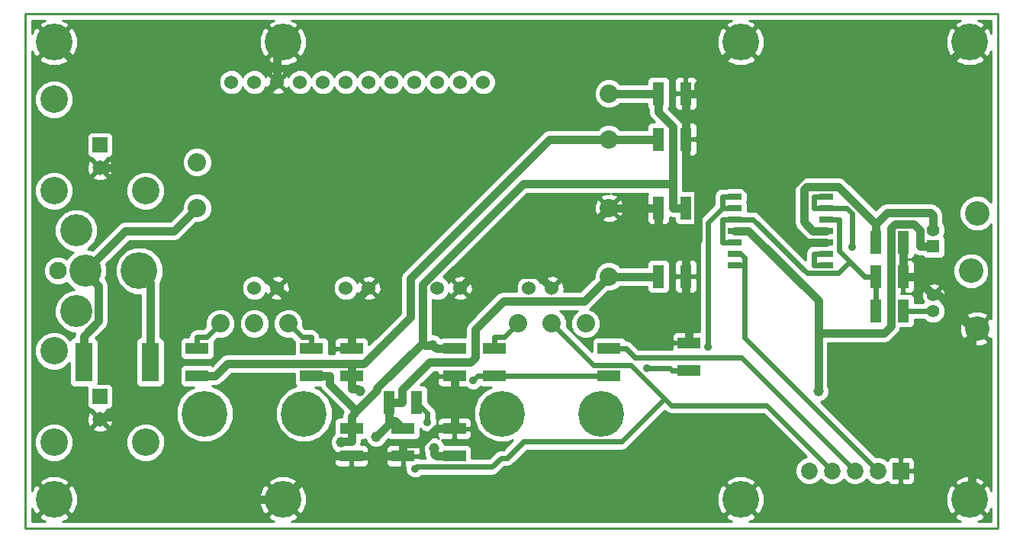
<source format=gbl>
G04 (created by PCBNEW-RS274X (2011-05-25)-stable) date Wed 18 Sep 2013 05:27:13 PM EDT*
G01*
G70*
G90*
%MOIN*%
G04 Gerber Fmt 3.4, Leading zero omitted, Abs format*
%FSLAX34Y34*%
G04 APERTURE LIST*
%ADD10C,0.006000*%
%ADD11C,0.009000*%
%ADD12C,0.107000*%
%ADD13C,0.056000*%
%ADD14R,0.056000X0.056000*%
%ADD15C,0.160000*%
%ADD16R,0.100000X0.050000*%
%ADD17C,0.060000*%
%ADD18C,0.080000*%
%ADD19R,0.050000X0.100000*%
%ADD20C,0.200000*%
%ADD21R,0.060000X0.025000*%
%ADD22C,0.076000*%
%ADD23C,0.140000*%
%ADD24C,0.120000*%
%ADD25R,0.065000X0.065000*%
%ADD26C,0.065000*%
%ADD27C,0.073000*%
%ADD28R,0.073000X0.073000*%
%ADD29R,0.075000X0.170000*%
%ADD30C,0.046000*%
%ADD31C,0.035000*%
%ADD32C,0.036000*%
%ADD33C,0.024000*%
%ADD34C,0.010000*%
G04 APERTURE END LIST*
G54D10*
G54D11*
X29500Y-30500D02*
X29500Y-53000D01*
X72000Y-30500D02*
X29500Y-30500D01*
X72000Y-53000D02*
X72000Y-30500D01*
X29500Y-53000D02*
X72000Y-53000D01*
G54D12*
X71090Y-44270D03*
X71090Y-39230D03*
G54D13*
X69170Y-43520D03*
X69170Y-39980D03*
X69170Y-42815D03*
G54D14*
X69170Y-40685D03*
G54D12*
X70820Y-41750D03*
G54D15*
X30750Y-51750D03*
X40750Y-51750D03*
X30750Y-31750D03*
G54D16*
X48250Y-45150D03*
X48250Y-46350D03*
X43750Y-46350D03*
X43750Y-45150D03*
G54D15*
X60750Y-51750D03*
X70750Y-31750D03*
X70750Y-51750D03*
G54D16*
X42000Y-46350D03*
X42000Y-45150D03*
X43750Y-48650D03*
X43750Y-49850D03*
G54D17*
X44500Y-42500D03*
X43500Y-42500D03*
X40500Y-42500D03*
X39500Y-42500D03*
X47500Y-42500D03*
X48500Y-42500D03*
X51500Y-42500D03*
X52500Y-42500D03*
X38500Y-33500D03*
X39500Y-33500D03*
X40500Y-33500D03*
X41500Y-33500D03*
X42500Y-33500D03*
X43500Y-33500D03*
X44500Y-33500D03*
X45500Y-33500D03*
X46500Y-33500D03*
X47500Y-33500D03*
X48500Y-33500D03*
X49500Y-33500D03*
G54D18*
X37000Y-39000D03*
X37000Y-37000D03*
X55000Y-34000D03*
X55000Y-36000D03*
X55000Y-39000D03*
X55000Y-42000D03*
G54D19*
X66650Y-43500D03*
X67850Y-43500D03*
G54D16*
X58500Y-46100D03*
X58500Y-44900D03*
G54D19*
X45400Y-47500D03*
X46600Y-47500D03*
G54D16*
X46000Y-48650D03*
X46000Y-49850D03*
X55000Y-46350D03*
X55000Y-45150D03*
X50000Y-45150D03*
X50000Y-46350D03*
X37000Y-45150D03*
X37000Y-46350D03*
G54D19*
X58350Y-39000D03*
X57150Y-39000D03*
X66650Y-40500D03*
X67850Y-40500D03*
G54D16*
X48250Y-49850D03*
X48250Y-48650D03*
G54D19*
X66650Y-42000D03*
X67850Y-42000D03*
G54D20*
X41670Y-48000D03*
X37330Y-48000D03*
G54D18*
X39500Y-44060D03*
X40980Y-44060D03*
X38020Y-44060D03*
G54D20*
X54670Y-48000D03*
X50330Y-48000D03*
G54D18*
X52500Y-44060D03*
X53980Y-44060D03*
X51020Y-44060D03*
G54D15*
X40750Y-31750D03*
G54D21*
X60500Y-41500D03*
X60500Y-41000D03*
X60500Y-40500D03*
X60500Y-40000D03*
X60500Y-39500D03*
X60500Y-39000D03*
X60500Y-38500D03*
X64500Y-38500D03*
X64500Y-39000D03*
X64500Y-39500D03*
X64500Y-40000D03*
X64500Y-40500D03*
X64500Y-41000D03*
X64500Y-41500D03*
G54D19*
X57150Y-34000D03*
X58350Y-34000D03*
X58350Y-36000D03*
X57150Y-36000D03*
X57150Y-42000D03*
X58350Y-42000D03*
G54D22*
X30930Y-41750D03*
G54D23*
X32110Y-41750D03*
G54D15*
X34470Y-41750D03*
G54D23*
X31720Y-39980D03*
X31720Y-43520D03*
G54D24*
X30750Y-38250D03*
X30750Y-34250D03*
G54D25*
X32750Y-36250D03*
G54D26*
X32750Y-37250D03*
G54D24*
X34750Y-38250D03*
X30750Y-49250D03*
X30750Y-45250D03*
G54D25*
X32750Y-47250D03*
G54D26*
X32750Y-48250D03*
G54D24*
X34750Y-49250D03*
G54D27*
X66750Y-50500D03*
X65750Y-50500D03*
G54D28*
X67750Y-50500D03*
G54D27*
X64750Y-50500D03*
X63750Y-50500D03*
G54D15*
X60750Y-31750D03*
G54D29*
X34950Y-45750D03*
X32050Y-45750D03*
G54D30*
X44831Y-49000D03*
X44125Y-46996D03*
X47364Y-49500D03*
G54D31*
X59315Y-45061D03*
X65610Y-40725D03*
X46524Y-50400D03*
X56660Y-46000D03*
X49062Y-46548D03*
X47070Y-48371D03*
G54D30*
X43296Y-49250D03*
X47300Y-45000D03*
X64140Y-47000D03*
G54D32*
X57150Y-42000D02*
X55000Y-42000D01*
X45400Y-47500D02*
X45400Y-48300D01*
X45650Y-48300D02*
X46000Y-48650D01*
X45400Y-48300D02*
X45650Y-48300D01*
X45400Y-48431D02*
X44831Y-49000D01*
X45400Y-48300D02*
X45400Y-48431D01*
X53916Y-43084D02*
X55000Y-42000D01*
X50378Y-43084D02*
X53916Y-43084D01*
X49150Y-44312D02*
X50378Y-43084D01*
X49150Y-45542D02*
X49150Y-44312D01*
X48956Y-45736D02*
X49150Y-45542D01*
X47164Y-45736D02*
X48956Y-45736D01*
X45950Y-46950D02*
X47164Y-45736D01*
X45950Y-47500D02*
X45950Y-46950D01*
X45400Y-47500D02*
X45950Y-47500D01*
X66650Y-40500D02*
X66650Y-39700D01*
X44029Y-46900D02*
X44125Y-46996D01*
X43750Y-46900D02*
X44029Y-46900D01*
X43750Y-46350D02*
X43750Y-46900D01*
X38334Y-45816D02*
X43750Y-45816D01*
X37800Y-46350D02*
X38334Y-45816D01*
X37000Y-46350D02*
X37800Y-46350D01*
X57150Y-36000D02*
X55000Y-36000D01*
X67141Y-39209D02*
X66650Y-39700D01*
X69066Y-39209D02*
X67141Y-39209D01*
X69170Y-39313D02*
X69066Y-39209D01*
X69170Y-39980D02*
X69170Y-39313D01*
X47364Y-49764D02*
X47364Y-49500D01*
X47450Y-49850D02*
X47364Y-49764D01*
X48250Y-49850D02*
X47450Y-49850D01*
X65028Y-38078D02*
X66650Y-39700D01*
X63627Y-38078D02*
X65028Y-38078D01*
X63523Y-38182D02*
X63627Y-38078D01*
X63523Y-39623D02*
X63523Y-38182D01*
X63900Y-40000D02*
X63523Y-39623D01*
X64500Y-40000D02*
X63900Y-40000D01*
X43750Y-45800D02*
X43750Y-45816D01*
X44300Y-45800D02*
X43750Y-45800D01*
X46312Y-43788D02*
X44300Y-45800D01*
X46312Y-42082D02*
X46312Y-43788D01*
X52394Y-36000D02*
X46312Y-42082D01*
X55000Y-36000D02*
X52394Y-36000D01*
X43750Y-45816D02*
X43750Y-46350D01*
G54D33*
X60500Y-41500D02*
X60932Y-41500D01*
X60932Y-41162D02*
X60932Y-41500D01*
X60770Y-41000D02*
X60932Y-41162D01*
X60500Y-41000D02*
X60770Y-41000D01*
X60932Y-44682D02*
X60932Y-41500D01*
X66750Y-50500D02*
X60932Y-44682D01*
X60500Y-39000D02*
X59960Y-39000D01*
X59960Y-38500D02*
X59960Y-39000D01*
X60500Y-38500D02*
X59960Y-38500D01*
X59315Y-39645D02*
X59315Y-45061D01*
X59960Y-39000D02*
X59315Y-39645D01*
X65610Y-39232D02*
X65610Y-40725D01*
X65378Y-39000D02*
X65610Y-39232D01*
X64500Y-39000D02*
X65378Y-39000D01*
X63960Y-39000D02*
X64500Y-39000D01*
X63960Y-38500D02*
X63960Y-39000D01*
X64500Y-38500D02*
X63960Y-38500D01*
X66650Y-42000D02*
X66650Y-43500D01*
X65040Y-40880D02*
X65517Y-41356D01*
X65040Y-39500D02*
X65040Y-40880D01*
X64500Y-39500D02*
X65040Y-39500D01*
X66160Y-42000D02*
X66650Y-42000D01*
X65517Y-41356D02*
X66160Y-42000D01*
X61293Y-39500D02*
X60500Y-39500D01*
X63642Y-41849D02*
X61293Y-39500D01*
X65024Y-41849D02*
X63642Y-41849D01*
X65517Y-41356D02*
X65024Y-41849D01*
X59960Y-39500D02*
X60500Y-39500D01*
X59960Y-40500D02*
X59960Y-39500D01*
X60500Y-40500D02*
X59960Y-40500D01*
X60782Y-45532D02*
X65750Y-50500D01*
X56122Y-45532D02*
X60782Y-45532D01*
X55740Y-45150D02*
X56122Y-45532D01*
X55000Y-45150D02*
X55740Y-45150D01*
X54316Y-45876D02*
X52500Y-44060D01*
X55965Y-45876D02*
X54316Y-45876D01*
X57431Y-47341D02*
X55965Y-45876D01*
X46600Y-50324D02*
X46524Y-50400D01*
X49898Y-50324D02*
X46600Y-50324D01*
X50281Y-49941D02*
X49898Y-50324D01*
X50540Y-49941D02*
X50281Y-49941D01*
X51257Y-49224D02*
X50540Y-49941D01*
X55548Y-49224D02*
X51257Y-49224D01*
X57431Y-47341D02*
X55548Y-49224D01*
X57739Y-47649D02*
X57431Y-47341D01*
X61899Y-47649D02*
X57739Y-47649D01*
X64750Y-50500D02*
X61899Y-47649D01*
X69150Y-43500D02*
X69170Y-43520D01*
X67850Y-43500D02*
X69150Y-43500D01*
G54D32*
X34950Y-42230D02*
X34950Y-45750D01*
X34470Y-41750D02*
X34950Y-42230D01*
X36002Y-39998D02*
X37000Y-39000D01*
X33862Y-39998D02*
X36002Y-39998D01*
X32110Y-41750D02*
X33862Y-39998D01*
X32110Y-41750D02*
X32110Y-41805D01*
X32110Y-41805D02*
X32110Y-41860D01*
X32703Y-43947D02*
X32050Y-44600D01*
X32703Y-42398D02*
X32703Y-43947D01*
X32110Y-41805D02*
X32703Y-42398D01*
X32050Y-45750D02*
X32050Y-44600D01*
X36000Y-47596D02*
X35450Y-48146D01*
X36000Y-44750D02*
X36000Y-47596D01*
X39082Y-41668D02*
X36000Y-44750D01*
X39143Y-41668D02*
X39082Y-41668D01*
X67850Y-42000D02*
X67850Y-40500D01*
X48250Y-48650D02*
X48250Y-46350D01*
X42650Y-49850D02*
X40750Y-51750D01*
X43750Y-49850D02*
X42650Y-49850D01*
X43750Y-49850D02*
X46000Y-49850D01*
X52500Y-42500D02*
X52000Y-42000D01*
X49085Y-41915D02*
X48500Y-42500D01*
X51915Y-41915D02*
X49085Y-41915D01*
X52000Y-42000D02*
X51915Y-41915D01*
X58350Y-44200D02*
X58350Y-42000D01*
X58500Y-44350D02*
X58350Y-44200D01*
X58500Y-44900D02*
X58500Y-44350D01*
X44500Y-42500D02*
X43551Y-43449D01*
X43750Y-44600D02*
X43750Y-45150D01*
X43551Y-44401D02*
X43750Y-44600D01*
X43551Y-43449D02*
X43551Y-44401D01*
X41449Y-43449D02*
X40500Y-42500D01*
X43551Y-43449D02*
X41449Y-43449D01*
X32854Y-48146D02*
X32750Y-48250D01*
X35450Y-48146D02*
X32854Y-48146D01*
X39054Y-51750D02*
X35450Y-48146D01*
X40750Y-51750D02*
X39054Y-51750D01*
X40500Y-32000D02*
X40750Y-31750D01*
X40500Y-33500D02*
X40500Y-32000D01*
X46000Y-49300D02*
X46000Y-49850D01*
X46800Y-49300D02*
X46000Y-49300D01*
X47450Y-48650D02*
X46800Y-49300D01*
X48250Y-48650D02*
X47450Y-48650D01*
X58900Y-33600D02*
X60750Y-31750D01*
X58900Y-34000D02*
X58900Y-33600D01*
X58350Y-34000D02*
X58900Y-34000D01*
X57150Y-39000D02*
X55000Y-39000D01*
X34863Y-35862D02*
X30750Y-31750D01*
X33475Y-37250D02*
X32750Y-37250D01*
X34863Y-35862D02*
X33475Y-37250D01*
X39143Y-35862D02*
X34863Y-35862D01*
X39143Y-41668D02*
X39143Y-35862D01*
X39143Y-34857D02*
X40500Y-33500D01*
X39143Y-35862D02*
X39143Y-34857D01*
X58350Y-34000D02*
X58350Y-36000D01*
X58350Y-42000D02*
X58350Y-40948D01*
X57150Y-39800D02*
X57150Y-39000D01*
X57202Y-39800D02*
X57150Y-39800D01*
X58350Y-40948D02*
X57202Y-39800D01*
X58884Y-40414D02*
X58884Y-37829D01*
X58350Y-40948D02*
X58884Y-40414D01*
X58350Y-36800D02*
X58350Y-36000D01*
X58884Y-37334D02*
X58350Y-36800D01*
X58884Y-37829D02*
X58884Y-37334D01*
X71090Y-44270D02*
X70868Y-44270D01*
X70868Y-51632D02*
X70868Y-44270D01*
X70750Y-51750D02*
X70868Y-51632D01*
X69413Y-42815D02*
X69170Y-42815D01*
X70868Y-44270D02*
X69413Y-42815D01*
X68400Y-42000D02*
X67850Y-42000D01*
X68747Y-42346D02*
X68400Y-42000D01*
X68746Y-42347D02*
X68747Y-42346D01*
X68746Y-42391D02*
X68746Y-42347D01*
X69170Y-42815D02*
X68746Y-42391D01*
X60712Y-37829D02*
X61964Y-39081D01*
X58884Y-37829D02*
X60712Y-37829D01*
X63383Y-40500D02*
X64500Y-40500D01*
X61964Y-39081D02*
X63383Y-40500D01*
X63532Y-37513D02*
X69838Y-37513D01*
X61964Y-39081D02*
X63532Y-37513D01*
X69838Y-41255D02*
X69838Y-37513D01*
X68747Y-42346D02*
X69838Y-41255D01*
X69838Y-32662D02*
X70750Y-31750D01*
X69838Y-37513D02*
X69838Y-32662D01*
X39250Y-41668D02*
X39143Y-41668D01*
X52000Y-42000D02*
X55000Y-39000D01*
X39143Y-41668D02*
X39250Y-41668D01*
X39668Y-41668D02*
X40500Y-42500D01*
X39250Y-41668D02*
X39668Y-41668D01*
G54D33*
X41580Y-44660D02*
X40980Y-44060D01*
X42000Y-44660D02*
X41580Y-44660D01*
X42000Y-45150D02*
X42000Y-44660D01*
X37420Y-44660D02*
X38020Y-44060D01*
X37000Y-44660D02*
X37420Y-44660D01*
X37000Y-45150D02*
X37000Y-44660D01*
X50420Y-44660D02*
X51020Y-44060D01*
X50000Y-44660D02*
X50420Y-44660D01*
X50000Y-45150D02*
X50000Y-44660D01*
X57660Y-46000D02*
X56660Y-46000D01*
X57760Y-46100D02*
X57660Y-46000D01*
X58500Y-46100D02*
X57760Y-46100D01*
X50000Y-46350D02*
X55000Y-46350D01*
X49260Y-46350D02*
X50000Y-46350D01*
X49062Y-46548D02*
X49260Y-46350D01*
X47070Y-47970D02*
X47070Y-48371D01*
X46600Y-47500D02*
X47070Y-47970D01*
X63960Y-41500D02*
X64500Y-41500D01*
X63960Y-41000D02*
X63960Y-41500D01*
X64500Y-41000D02*
X63960Y-41000D01*
G54D32*
X43346Y-49200D02*
X43296Y-49250D01*
X43750Y-49200D02*
X43346Y-49200D01*
X43750Y-48650D02*
X43750Y-49200D01*
X47450Y-45150D02*
X47300Y-45000D01*
X48250Y-45150D02*
X47450Y-45150D01*
X57800Y-39000D02*
X58350Y-39000D01*
X57800Y-37932D02*
X57800Y-39000D01*
X46948Y-45000D02*
X46846Y-44898D01*
X47300Y-45000D02*
X46948Y-45000D01*
X46846Y-42328D02*
X46846Y-44898D01*
X51242Y-37932D02*
X46846Y-42328D01*
X57800Y-37932D02*
X51242Y-37932D01*
X44866Y-46984D02*
X43968Y-47882D01*
X44866Y-46878D02*
X44866Y-46984D01*
X46846Y-44898D02*
X44866Y-46878D01*
X43750Y-48100D02*
X43750Y-48650D01*
X43968Y-47882D02*
X43750Y-48100D01*
X42800Y-46714D02*
X43968Y-47882D01*
X42800Y-46350D02*
X42800Y-46714D01*
X42000Y-46350D02*
X42800Y-46350D01*
X64140Y-44480D02*
X64140Y-47000D01*
X67016Y-44480D02*
X64140Y-44480D01*
X67317Y-44179D02*
X67016Y-44480D01*
X67317Y-39883D02*
X67317Y-44179D01*
X67483Y-39717D02*
X67317Y-39883D01*
X68335Y-39717D02*
X67483Y-39717D01*
X68590Y-39972D02*
X68335Y-39717D01*
X68590Y-40685D02*
X68590Y-39972D01*
X69170Y-40685D02*
X68590Y-40685D01*
X61100Y-40000D02*
X60500Y-40000D01*
X64140Y-43040D02*
X61100Y-40000D01*
X64140Y-44480D02*
X64140Y-43040D01*
X55000Y-34000D02*
X57150Y-34000D01*
X57800Y-35450D02*
X57800Y-37932D01*
X57150Y-34800D02*
X57800Y-35450D01*
X57150Y-34000D02*
X57150Y-34800D01*
G54D10*
G36*
X71705Y-52705D02*
X71137Y-52705D01*
X71326Y-52627D01*
X71412Y-52483D01*
X70750Y-51821D01*
X70679Y-51892D01*
X70679Y-51750D01*
X70017Y-51088D01*
X69873Y-51174D01*
X69720Y-51554D01*
X69723Y-51964D01*
X69873Y-52326D01*
X70017Y-52412D01*
X70679Y-51750D01*
X70679Y-51892D01*
X70088Y-52483D01*
X70174Y-52627D01*
X70367Y-52705D01*
X69700Y-52705D01*
X69700Y-43626D01*
X69700Y-43415D01*
X69694Y-43400D01*
X69619Y-43220D01*
X69573Y-43173D01*
X69622Y-43125D01*
X69590Y-43093D01*
X69626Y-43084D01*
X69694Y-42889D01*
X69683Y-42683D01*
X69626Y-42546D01*
X69534Y-42522D01*
X69463Y-42593D01*
X69463Y-42451D01*
X69439Y-42359D01*
X69244Y-42291D01*
X69038Y-42302D01*
X68901Y-42359D01*
X68877Y-42451D01*
X69170Y-42744D01*
X69463Y-42451D01*
X69463Y-42593D01*
X69276Y-42780D01*
X69241Y-42815D01*
X69170Y-42886D01*
X69099Y-42815D01*
X69064Y-42780D01*
X68806Y-42522D01*
X68714Y-42546D01*
X68646Y-42741D01*
X68657Y-42947D01*
X68714Y-43084D01*
X68749Y-43093D01*
X68718Y-43125D01*
X68723Y-43130D01*
X68350Y-43130D01*
X68350Y-42112D01*
X68288Y-42050D01*
X67900Y-42050D01*
X67900Y-42688D01*
X67962Y-42750D01*
X68149Y-42749D01*
X68241Y-42711D01*
X68311Y-42641D01*
X68349Y-42550D01*
X68349Y-42451D01*
X68350Y-42112D01*
X68350Y-43130D01*
X68349Y-43130D01*
X68349Y-42951D01*
X68311Y-42859D01*
X68241Y-42789D01*
X68150Y-42751D01*
X68051Y-42751D01*
X67747Y-42751D01*
X67747Y-42741D01*
X67800Y-42688D01*
X67800Y-42100D01*
X67800Y-42050D01*
X67800Y-41950D01*
X67800Y-41900D01*
X67800Y-41312D01*
X67747Y-41259D01*
X67747Y-41241D01*
X67800Y-41188D01*
X67800Y-40600D01*
X67800Y-40550D01*
X67800Y-40450D01*
X67900Y-40450D01*
X67900Y-40550D01*
X67900Y-40600D01*
X67900Y-41188D01*
X67962Y-41250D01*
X67900Y-41312D01*
X67900Y-41950D01*
X68288Y-41950D01*
X68350Y-41888D01*
X68349Y-41549D01*
X68349Y-41450D01*
X68311Y-41359D01*
X68241Y-41289D01*
X68149Y-41251D01*
X67962Y-41250D01*
X68149Y-41249D01*
X68241Y-41211D01*
X68311Y-41141D01*
X68349Y-41050D01*
X68349Y-41031D01*
X68425Y-41082D01*
X68590Y-41115D01*
X68688Y-41115D01*
X68749Y-41176D01*
X68840Y-41214D01*
X68939Y-41214D01*
X69499Y-41214D01*
X69591Y-41176D01*
X69661Y-41106D01*
X69699Y-41015D01*
X69699Y-40916D01*
X69699Y-40356D01*
X69661Y-40264D01*
X69636Y-40239D01*
X69700Y-40086D01*
X69700Y-39875D01*
X69619Y-39680D01*
X69600Y-39660D01*
X69600Y-39313D01*
X69567Y-39149D01*
X69567Y-39148D01*
X69474Y-39009D01*
X69370Y-38905D01*
X69231Y-38812D01*
X69066Y-38779D01*
X67141Y-38779D01*
X66976Y-38812D01*
X66837Y-38905D01*
X66650Y-39092D01*
X65332Y-37774D01*
X65193Y-37681D01*
X65028Y-37648D01*
X63627Y-37648D01*
X63462Y-37681D01*
X63323Y-37774D01*
X63219Y-37878D01*
X63126Y-38017D01*
X63093Y-38182D01*
X63093Y-39623D01*
X63126Y-39788D01*
X63219Y-39927D01*
X63596Y-40304D01*
X63735Y-40397D01*
X63736Y-40397D01*
X63900Y-40430D01*
X63992Y-40430D01*
X64012Y-40450D01*
X64400Y-40450D01*
X64450Y-40450D01*
X64550Y-40450D01*
X64550Y-40550D01*
X64450Y-40550D01*
X64400Y-40550D01*
X64012Y-40550D01*
X63951Y-40611D01*
X63951Y-40631D01*
X63818Y-40658D01*
X63698Y-40738D01*
X63618Y-40858D01*
X63590Y-41000D01*
X63590Y-41273D01*
X61780Y-39463D01*
X61780Y-31946D01*
X61777Y-31536D01*
X61627Y-31174D01*
X61483Y-31088D01*
X60821Y-31750D01*
X61483Y-32412D01*
X61627Y-32326D01*
X61780Y-31946D01*
X61780Y-39463D01*
X61555Y-39238D01*
X61435Y-39158D01*
X61412Y-39153D01*
X61412Y-32483D01*
X60750Y-31821D01*
X60679Y-31892D01*
X60679Y-31750D01*
X60017Y-31088D01*
X59873Y-31174D01*
X59720Y-31554D01*
X59723Y-31964D01*
X59873Y-32326D01*
X60017Y-32412D01*
X60679Y-31750D01*
X60679Y-31892D01*
X60088Y-32483D01*
X60174Y-32627D01*
X60554Y-32780D01*
X60964Y-32777D01*
X61326Y-32627D01*
X61412Y-32483D01*
X61412Y-39153D01*
X61410Y-39153D01*
X61293Y-39129D01*
X61288Y-39130D01*
X61049Y-39130D01*
X61049Y-39076D01*
X61049Y-38826D01*
X61017Y-38750D01*
X61049Y-38675D01*
X61049Y-38576D01*
X61049Y-38326D01*
X61011Y-38234D01*
X60941Y-38164D01*
X60850Y-38126D01*
X60751Y-38126D01*
X60151Y-38126D01*
X60141Y-38130D01*
X59960Y-38130D01*
X59818Y-38158D01*
X59698Y-38238D01*
X59618Y-38358D01*
X59590Y-38500D01*
X59590Y-38846D01*
X59053Y-39383D01*
X58973Y-39503D01*
X58968Y-39527D01*
X58944Y-39645D01*
X58945Y-39649D01*
X58945Y-44400D01*
X58850Y-44400D01*
X58850Y-42112D01*
X58850Y-41888D01*
X58850Y-36112D01*
X58850Y-35888D01*
X58850Y-34112D01*
X58850Y-33888D01*
X58849Y-33549D01*
X58849Y-33450D01*
X58811Y-33359D01*
X58741Y-33289D01*
X58649Y-33251D01*
X58462Y-33250D01*
X58400Y-33312D01*
X58400Y-33950D01*
X58788Y-33950D01*
X58850Y-33888D01*
X58850Y-34112D01*
X58788Y-34050D01*
X58400Y-34050D01*
X58400Y-34688D01*
X58462Y-34750D01*
X58649Y-34749D01*
X58741Y-34711D01*
X58811Y-34641D01*
X58849Y-34550D01*
X58849Y-34451D01*
X58850Y-34112D01*
X58850Y-35888D01*
X58849Y-35549D01*
X58849Y-35450D01*
X58811Y-35359D01*
X58741Y-35289D01*
X58649Y-35251D01*
X58462Y-35250D01*
X58400Y-35312D01*
X58400Y-35950D01*
X58788Y-35950D01*
X58850Y-35888D01*
X58850Y-36112D01*
X58788Y-36050D01*
X58400Y-36050D01*
X58400Y-36688D01*
X58462Y-36750D01*
X58649Y-36749D01*
X58741Y-36711D01*
X58811Y-36641D01*
X58849Y-36550D01*
X58849Y-36451D01*
X58850Y-36112D01*
X58850Y-41888D01*
X58849Y-41549D01*
X58849Y-41450D01*
X58811Y-41359D01*
X58741Y-41289D01*
X58649Y-41251D01*
X58462Y-41250D01*
X58400Y-41312D01*
X58400Y-41950D01*
X58788Y-41950D01*
X58850Y-41888D01*
X58850Y-42112D01*
X58788Y-42050D01*
X58400Y-42050D01*
X58400Y-42688D01*
X58462Y-42750D01*
X58649Y-42749D01*
X58741Y-42711D01*
X58811Y-42641D01*
X58849Y-42550D01*
X58849Y-42451D01*
X58850Y-42112D01*
X58850Y-44400D01*
X58612Y-44400D01*
X58550Y-44462D01*
X58550Y-44800D01*
X58550Y-44850D01*
X58550Y-44950D01*
X58450Y-44950D01*
X58450Y-44850D01*
X58450Y-44462D01*
X58388Y-44400D01*
X58300Y-44400D01*
X58300Y-42688D01*
X58300Y-42050D01*
X58300Y-41950D01*
X58300Y-41312D01*
X58238Y-41250D01*
X58051Y-41251D01*
X57959Y-41289D01*
X57889Y-41359D01*
X57851Y-41450D01*
X57851Y-41549D01*
X57850Y-41888D01*
X57912Y-41950D01*
X58300Y-41950D01*
X58300Y-42050D01*
X57912Y-42050D01*
X57850Y-42112D01*
X57851Y-42451D01*
X57851Y-42550D01*
X57889Y-42641D01*
X57959Y-42711D01*
X58051Y-42749D01*
X58238Y-42750D01*
X58300Y-42688D01*
X58300Y-44400D01*
X58049Y-44401D01*
X57950Y-44401D01*
X57859Y-44439D01*
X57789Y-44509D01*
X57751Y-44601D01*
X57750Y-44788D01*
X57812Y-44850D01*
X58450Y-44850D01*
X58450Y-44950D01*
X58400Y-44950D01*
X57812Y-44950D01*
X57750Y-45012D01*
X57750Y-45162D01*
X56275Y-45162D01*
X56002Y-44888D01*
X55882Y-44808D01*
X55857Y-44803D01*
X55740Y-44779D01*
X55735Y-44780D01*
X55719Y-44780D01*
X55711Y-44759D01*
X55641Y-44689D01*
X55550Y-44651D01*
X55451Y-44651D01*
X54451Y-44651D01*
X54359Y-44689D01*
X54289Y-44759D01*
X54251Y-44850D01*
X54251Y-44949D01*
X54251Y-45287D01*
X53149Y-44185D01*
X53149Y-43931D01*
X53050Y-43692D01*
X52872Y-43514D01*
X53608Y-43514D01*
X53430Y-43692D01*
X53331Y-43931D01*
X53331Y-44189D01*
X53430Y-44428D01*
X53612Y-44610D01*
X53851Y-44709D01*
X54109Y-44709D01*
X54348Y-44610D01*
X54530Y-44428D01*
X54629Y-44189D01*
X54629Y-43931D01*
X54530Y-43692D01*
X54348Y-43510D01*
X54156Y-43430D01*
X54220Y-43388D01*
X54959Y-42649D01*
X55129Y-42649D01*
X55368Y-42550D01*
X55488Y-42430D01*
X56651Y-42430D01*
X56651Y-42549D01*
X56689Y-42641D01*
X56759Y-42711D01*
X56850Y-42749D01*
X56949Y-42749D01*
X57449Y-42749D01*
X57541Y-42711D01*
X57611Y-42641D01*
X57649Y-42550D01*
X57649Y-42451D01*
X57649Y-41451D01*
X57611Y-41359D01*
X57541Y-41289D01*
X57450Y-41251D01*
X57351Y-41251D01*
X57100Y-41251D01*
X57100Y-39688D01*
X57100Y-39050D01*
X56712Y-39050D01*
X56650Y-39112D01*
X56651Y-39451D01*
X56651Y-39550D01*
X56689Y-39641D01*
X56759Y-39711D01*
X56851Y-39749D01*
X57038Y-39750D01*
X57100Y-39688D01*
X57100Y-41251D01*
X56851Y-41251D01*
X56759Y-41289D01*
X56689Y-41359D01*
X56651Y-41450D01*
X56651Y-41549D01*
X56651Y-41570D01*
X55641Y-41570D01*
X55641Y-39103D01*
X55631Y-38849D01*
X55554Y-38660D01*
X55449Y-38622D01*
X55071Y-39000D01*
X55449Y-39378D01*
X55554Y-39340D01*
X55641Y-39103D01*
X55641Y-41570D01*
X55488Y-41570D01*
X55378Y-41460D01*
X55378Y-39449D01*
X55000Y-39071D01*
X54929Y-39142D01*
X54929Y-39000D01*
X54551Y-38622D01*
X54446Y-38660D01*
X54359Y-38897D01*
X54369Y-39151D01*
X54446Y-39340D01*
X54551Y-39378D01*
X54929Y-39000D01*
X54929Y-39142D01*
X54622Y-39449D01*
X54660Y-39554D01*
X54897Y-39641D01*
X55151Y-39631D01*
X55340Y-39554D01*
X55378Y-39449D01*
X55378Y-41460D01*
X55368Y-41450D01*
X55129Y-41351D01*
X54871Y-41351D01*
X54632Y-41450D01*
X54450Y-41632D01*
X54351Y-41871D01*
X54351Y-42041D01*
X53738Y-42654D01*
X53016Y-42654D01*
X53043Y-42579D01*
X53032Y-42366D01*
X52972Y-42219D01*
X52878Y-42192D01*
X52808Y-42262D01*
X52808Y-42122D01*
X52781Y-42028D01*
X52579Y-41957D01*
X52366Y-41968D01*
X52219Y-42028D01*
X52192Y-42122D01*
X52500Y-42429D01*
X52808Y-42122D01*
X52808Y-42262D01*
X52571Y-42500D01*
X52500Y-42571D01*
X52429Y-42500D01*
X52394Y-42465D01*
X52122Y-42192D01*
X52028Y-42219D01*
X52004Y-42284D01*
X51965Y-42189D01*
X51811Y-42035D01*
X51609Y-41951D01*
X51391Y-41951D01*
X51189Y-42035D01*
X51035Y-42189D01*
X50951Y-42391D01*
X50951Y-42609D01*
X50969Y-42654D01*
X50378Y-42654D01*
X50213Y-42687D01*
X50073Y-42780D01*
X49043Y-43810D01*
X49043Y-42579D01*
X49032Y-42366D01*
X48972Y-42219D01*
X48878Y-42192D01*
X48808Y-42262D01*
X48808Y-42122D01*
X48781Y-42028D01*
X48579Y-41957D01*
X48366Y-41968D01*
X48219Y-42028D01*
X48192Y-42122D01*
X48500Y-42429D01*
X48808Y-42122D01*
X48808Y-42262D01*
X48571Y-42500D01*
X48878Y-42808D01*
X48972Y-42781D01*
X49043Y-42579D01*
X49043Y-43810D01*
X48846Y-44008D01*
X48808Y-44064D01*
X48808Y-42878D01*
X48500Y-42571D01*
X48192Y-42878D01*
X48219Y-42972D01*
X48421Y-43043D01*
X48634Y-43032D01*
X48781Y-42972D01*
X48808Y-42878D01*
X48808Y-44064D01*
X48753Y-44147D01*
X48720Y-44312D01*
X48720Y-44651D01*
X48701Y-44651D01*
X47701Y-44651D01*
X47650Y-44671D01*
X47572Y-44593D01*
X47396Y-44520D01*
X47276Y-44520D01*
X47276Y-43001D01*
X47391Y-43049D01*
X47609Y-43049D01*
X47811Y-42965D01*
X47965Y-42811D01*
X48002Y-42719D01*
X48028Y-42781D01*
X48122Y-42808D01*
X48429Y-42500D01*
X48122Y-42192D01*
X48028Y-42219D01*
X48004Y-42284D01*
X47965Y-42189D01*
X47811Y-42035D01*
X47765Y-42016D01*
X51420Y-38362D01*
X55026Y-38362D01*
X54849Y-38369D01*
X54660Y-38446D01*
X54622Y-38551D01*
X55000Y-38929D01*
X55378Y-38551D01*
X55340Y-38446D01*
X55111Y-38362D01*
X56687Y-38362D01*
X56651Y-38450D01*
X56651Y-38549D01*
X56650Y-38888D01*
X56712Y-38950D01*
X57050Y-38950D01*
X57100Y-38950D01*
X57200Y-38950D01*
X57200Y-39050D01*
X57200Y-39100D01*
X57200Y-39688D01*
X57262Y-39750D01*
X57449Y-39749D01*
X57541Y-39711D01*
X57611Y-39641D01*
X57649Y-39550D01*
X57649Y-39451D01*
X57649Y-39399D01*
X57800Y-39430D01*
X57851Y-39430D01*
X57851Y-39549D01*
X57889Y-39641D01*
X57959Y-39711D01*
X58050Y-39749D01*
X58149Y-39749D01*
X58649Y-39749D01*
X58741Y-39711D01*
X58811Y-39641D01*
X58849Y-39550D01*
X58849Y-39451D01*
X58849Y-38451D01*
X58811Y-38359D01*
X58741Y-38289D01*
X58650Y-38251D01*
X58551Y-38251D01*
X58230Y-38251D01*
X58230Y-37932D01*
X58230Y-36749D01*
X58238Y-36750D01*
X58300Y-36688D01*
X58300Y-36100D01*
X58300Y-36050D01*
X58300Y-35950D01*
X58300Y-35900D01*
X58300Y-35312D01*
X58300Y-34688D01*
X58300Y-34050D01*
X58300Y-33950D01*
X58300Y-33312D01*
X58238Y-33250D01*
X58051Y-33251D01*
X57959Y-33289D01*
X57889Y-33359D01*
X57851Y-33450D01*
X57851Y-33549D01*
X57850Y-33888D01*
X57912Y-33950D01*
X58300Y-33950D01*
X58300Y-34050D01*
X57912Y-34050D01*
X57850Y-34112D01*
X57851Y-34451D01*
X57851Y-34550D01*
X57889Y-34641D01*
X57959Y-34711D01*
X58051Y-34749D01*
X58238Y-34750D01*
X58300Y-34688D01*
X58300Y-35312D01*
X58238Y-35250D01*
X58173Y-35250D01*
X58104Y-35146D01*
X57605Y-34647D01*
X57611Y-34641D01*
X57649Y-34550D01*
X57649Y-34451D01*
X57649Y-33451D01*
X57611Y-33359D01*
X57541Y-33289D01*
X57450Y-33251D01*
X57351Y-33251D01*
X56851Y-33251D01*
X56759Y-33289D01*
X56689Y-33359D01*
X56651Y-33450D01*
X56651Y-33549D01*
X56651Y-33570D01*
X55488Y-33570D01*
X55368Y-33450D01*
X55129Y-33351D01*
X54871Y-33351D01*
X54632Y-33450D01*
X54450Y-33632D01*
X54351Y-33871D01*
X54351Y-34129D01*
X54450Y-34368D01*
X54632Y-34550D01*
X54871Y-34649D01*
X55129Y-34649D01*
X55368Y-34550D01*
X55488Y-34430D01*
X56651Y-34430D01*
X56651Y-34549D01*
X56689Y-34641D01*
X56720Y-34672D01*
X56720Y-34800D01*
X56753Y-34965D01*
X56846Y-35104D01*
X56993Y-35251D01*
X56851Y-35251D01*
X56759Y-35289D01*
X56689Y-35359D01*
X56651Y-35450D01*
X56651Y-35549D01*
X56651Y-35570D01*
X55488Y-35570D01*
X55368Y-35450D01*
X55129Y-35351D01*
X54871Y-35351D01*
X54632Y-35450D01*
X54512Y-35570D01*
X52394Y-35570D01*
X52229Y-35603D01*
X52090Y-35696D01*
X50049Y-37737D01*
X50049Y-33609D01*
X50049Y-33391D01*
X49965Y-33189D01*
X49811Y-33035D01*
X49609Y-32951D01*
X49391Y-32951D01*
X49189Y-33035D01*
X49035Y-33189D01*
X49000Y-33273D01*
X48965Y-33189D01*
X48811Y-33035D01*
X48609Y-32951D01*
X48391Y-32951D01*
X48189Y-33035D01*
X48035Y-33189D01*
X48000Y-33273D01*
X47965Y-33189D01*
X47811Y-33035D01*
X47609Y-32951D01*
X47391Y-32951D01*
X47189Y-33035D01*
X47035Y-33189D01*
X47000Y-33273D01*
X46965Y-33189D01*
X46811Y-33035D01*
X46609Y-32951D01*
X46391Y-32951D01*
X46189Y-33035D01*
X46035Y-33189D01*
X46000Y-33273D01*
X45965Y-33189D01*
X45811Y-33035D01*
X45609Y-32951D01*
X45391Y-32951D01*
X45189Y-33035D01*
X45035Y-33189D01*
X45000Y-33273D01*
X44965Y-33189D01*
X44811Y-33035D01*
X44609Y-32951D01*
X44391Y-32951D01*
X44189Y-33035D01*
X44035Y-33189D01*
X44000Y-33273D01*
X43965Y-33189D01*
X43811Y-33035D01*
X43609Y-32951D01*
X43391Y-32951D01*
X43189Y-33035D01*
X43035Y-33189D01*
X43000Y-33273D01*
X42965Y-33189D01*
X42811Y-33035D01*
X42609Y-32951D01*
X42391Y-32951D01*
X42189Y-33035D01*
X42035Y-33189D01*
X42000Y-33273D01*
X41965Y-33189D01*
X41811Y-33035D01*
X41780Y-33022D01*
X41780Y-31946D01*
X41777Y-31536D01*
X41627Y-31174D01*
X41483Y-31088D01*
X40821Y-31750D01*
X41483Y-32412D01*
X41627Y-32326D01*
X41780Y-31946D01*
X41780Y-33022D01*
X41609Y-32951D01*
X41412Y-32951D01*
X41412Y-32483D01*
X40750Y-31821D01*
X40679Y-31892D01*
X40679Y-31750D01*
X40017Y-31088D01*
X39873Y-31174D01*
X39720Y-31554D01*
X39723Y-31964D01*
X39873Y-32326D01*
X40017Y-32412D01*
X40679Y-31750D01*
X40679Y-31892D01*
X40088Y-32483D01*
X40174Y-32627D01*
X40554Y-32780D01*
X40964Y-32777D01*
X41326Y-32627D01*
X41412Y-32483D01*
X41412Y-32951D01*
X41391Y-32951D01*
X41189Y-33035D01*
X41035Y-33189D01*
X40997Y-33280D01*
X40972Y-33219D01*
X40878Y-33192D01*
X40808Y-33262D01*
X40808Y-33122D01*
X40781Y-33028D01*
X40579Y-32957D01*
X40366Y-32968D01*
X40219Y-33028D01*
X40192Y-33122D01*
X40500Y-33429D01*
X40808Y-33122D01*
X40808Y-33262D01*
X40571Y-33500D01*
X40878Y-33808D01*
X40972Y-33781D01*
X40995Y-33715D01*
X41035Y-33811D01*
X41189Y-33965D01*
X41391Y-34049D01*
X41609Y-34049D01*
X41811Y-33965D01*
X41965Y-33811D01*
X42000Y-33726D01*
X42035Y-33811D01*
X42189Y-33965D01*
X42391Y-34049D01*
X42609Y-34049D01*
X42811Y-33965D01*
X42965Y-33811D01*
X43000Y-33726D01*
X43035Y-33811D01*
X43189Y-33965D01*
X43391Y-34049D01*
X43609Y-34049D01*
X43811Y-33965D01*
X43965Y-33811D01*
X44000Y-33726D01*
X44035Y-33811D01*
X44189Y-33965D01*
X44391Y-34049D01*
X44609Y-34049D01*
X44811Y-33965D01*
X44965Y-33811D01*
X45000Y-33726D01*
X45035Y-33811D01*
X45189Y-33965D01*
X45391Y-34049D01*
X45609Y-34049D01*
X45811Y-33965D01*
X45965Y-33811D01*
X46000Y-33726D01*
X46035Y-33811D01*
X46189Y-33965D01*
X46391Y-34049D01*
X46609Y-34049D01*
X46811Y-33965D01*
X46965Y-33811D01*
X47000Y-33726D01*
X47035Y-33811D01*
X47189Y-33965D01*
X47391Y-34049D01*
X47609Y-34049D01*
X47811Y-33965D01*
X47965Y-33811D01*
X48000Y-33726D01*
X48035Y-33811D01*
X48189Y-33965D01*
X48391Y-34049D01*
X48609Y-34049D01*
X48811Y-33965D01*
X48965Y-33811D01*
X49000Y-33726D01*
X49035Y-33811D01*
X49189Y-33965D01*
X49391Y-34049D01*
X49609Y-34049D01*
X49811Y-33965D01*
X49965Y-33811D01*
X50049Y-33609D01*
X50049Y-37737D01*
X46008Y-41778D01*
X45915Y-41917D01*
X45882Y-42082D01*
X45882Y-43610D01*
X45043Y-44448D01*
X45043Y-42579D01*
X45032Y-42366D01*
X44972Y-42219D01*
X44878Y-42192D01*
X44808Y-42262D01*
X44808Y-42122D01*
X44781Y-42028D01*
X44579Y-41957D01*
X44366Y-41968D01*
X44219Y-42028D01*
X44192Y-42122D01*
X44500Y-42429D01*
X44808Y-42122D01*
X44808Y-42262D01*
X44571Y-42500D01*
X44878Y-42808D01*
X44972Y-42781D01*
X45043Y-42579D01*
X45043Y-44448D01*
X44808Y-44683D01*
X44808Y-42878D01*
X44500Y-42571D01*
X44429Y-42641D01*
X44429Y-42500D01*
X44122Y-42192D01*
X44028Y-42219D01*
X44004Y-42284D01*
X43965Y-42189D01*
X43811Y-42035D01*
X43609Y-41951D01*
X43391Y-41951D01*
X43189Y-42035D01*
X43035Y-42189D01*
X42951Y-42391D01*
X42951Y-42609D01*
X43035Y-42811D01*
X43189Y-42965D01*
X43391Y-43049D01*
X43609Y-43049D01*
X43811Y-42965D01*
X43965Y-42811D01*
X44002Y-42719D01*
X44028Y-42781D01*
X44122Y-42808D01*
X44429Y-42500D01*
X44429Y-42641D01*
X44192Y-42878D01*
X44219Y-42972D01*
X44421Y-43043D01*
X44634Y-43032D01*
X44781Y-42972D01*
X44808Y-42878D01*
X44808Y-44683D01*
X44499Y-44992D01*
X44499Y-44851D01*
X44461Y-44759D01*
X44391Y-44689D01*
X44300Y-44651D01*
X44201Y-44651D01*
X43862Y-44650D01*
X43800Y-44712D01*
X43800Y-45050D01*
X43800Y-45100D01*
X43800Y-45200D01*
X43700Y-45200D01*
X43700Y-45100D01*
X43700Y-44712D01*
X43638Y-44650D01*
X43299Y-44651D01*
X43200Y-44651D01*
X43109Y-44689D01*
X43039Y-44759D01*
X43001Y-44851D01*
X43000Y-45038D01*
X43062Y-45100D01*
X43700Y-45100D01*
X43700Y-45200D01*
X43650Y-45200D01*
X43062Y-45200D01*
X43000Y-45262D01*
X43000Y-45386D01*
X42749Y-45386D01*
X42749Y-45351D01*
X42749Y-44851D01*
X42711Y-44759D01*
X42641Y-44689D01*
X42550Y-44651D01*
X42451Y-44651D01*
X42368Y-44651D01*
X42342Y-44518D01*
X42262Y-44398D01*
X42142Y-44318D01*
X42000Y-44290D01*
X41733Y-44290D01*
X41629Y-44185D01*
X41629Y-43931D01*
X41530Y-43692D01*
X41348Y-43510D01*
X41109Y-43411D01*
X41043Y-43411D01*
X41043Y-42579D01*
X41032Y-42366D01*
X40972Y-42219D01*
X40878Y-42192D01*
X40808Y-42262D01*
X40808Y-42122D01*
X40808Y-33878D01*
X40500Y-33571D01*
X40429Y-33641D01*
X40429Y-33500D01*
X40122Y-33192D01*
X40028Y-33219D01*
X40004Y-33284D01*
X39965Y-33189D01*
X39811Y-33035D01*
X39609Y-32951D01*
X39391Y-32951D01*
X39189Y-33035D01*
X39035Y-33189D01*
X39000Y-33273D01*
X38965Y-33189D01*
X38811Y-33035D01*
X38609Y-32951D01*
X38391Y-32951D01*
X38189Y-33035D01*
X38035Y-33189D01*
X37951Y-33391D01*
X37951Y-33609D01*
X38035Y-33811D01*
X38189Y-33965D01*
X38391Y-34049D01*
X38609Y-34049D01*
X38811Y-33965D01*
X38965Y-33811D01*
X39000Y-33726D01*
X39035Y-33811D01*
X39189Y-33965D01*
X39391Y-34049D01*
X39609Y-34049D01*
X39811Y-33965D01*
X39965Y-33811D01*
X40002Y-33719D01*
X40028Y-33781D01*
X40122Y-33808D01*
X40429Y-33500D01*
X40429Y-33641D01*
X40192Y-33878D01*
X40219Y-33972D01*
X40421Y-34043D01*
X40634Y-34032D01*
X40781Y-33972D01*
X40808Y-33878D01*
X40808Y-42122D01*
X40781Y-42028D01*
X40579Y-41957D01*
X40366Y-41968D01*
X40219Y-42028D01*
X40192Y-42122D01*
X40500Y-42429D01*
X40808Y-42122D01*
X40808Y-42262D01*
X40571Y-42500D01*
X40878Y-42808D01*
X40972Y-42781D01*
X41043Y-42579D01*
X41043Y-43411D01*
X40851Y-43411D01*
X40808Y-43428D01*
X40808Y-42878D01*
X40500Y-42571D01*
X40429Y-42641D01*
X40429Y-42500D01*
X40122Y-42192D01*
X40028Y-42219D01*
X40004Y-42284D01*
X39965Y-42189D01*
X39811Y-42035D01*
X39609Y-41951D01*
X39391Y-41951D01*
X39189Y-42035D01*
X39035Y-42189D01*
X38951Y-42391D01*
X38951Y-42609D01*
X39035Y-42811D01*
X39189Y-42965D01*
X39391Y-43049D01*
X39609Y-43049D01*
X39811Y-42965D01*
X39965Y-42811D01*
X40002Y-42719D01*
X40028Y-42781D01*
X40122Y-42808D01*
X40429Y-42500D01*
X40429Y-42641D01*
X40192Y-42878D01*
X40219Y-42972D01*
X40421Y-43043D01*
X40634Y-43032D01*
X40781Y-42972D01*
X40808Y-42878D01*
X40808Y-43428D01*
X40612Y-43510D01*
X40430Y-43692D01*
X40331Y-43931D01*
X40331Y-44189D01*
X40430Y-44428D01*
X40612Y-44610D01*
X40851Y-44709D01*
X41105Y-44709D01*
X41251Y-44854D01*
X41251Y-44949D01*
X41251Y-45386D01*
X40149Y-45386D01*
X40149Y-44189D01*
X40149Y-43931D01*
X40050Y-43692D01*
X39868Y-43510D01*
X39629Y-43411D01*
X39371Y-43411D01*
X39132Y-43510D01*
X38950Y-43692D01*
X38851Y-43931D01*
X38851Y-44189D01*
X38950Y-44428D01*
X39132Y-44610D01*
X39371Y-44709D01*
X39629Y-44709D01*
X39868Y-44610D01*
X40050Y-44428D01*
X40149Y-44189D01*
X40149Y-45386D01*
X38669Y-45386D01*
X38669Y-44189D01*
X38669Y-43931D01*
X38570Y-43692D01*
X38388Y-43510D01*
X38149Y-43411D01*
X37891Y-43411D01*
X37652Y-43510D01*
X37649Y-43513D01*
X37649Y-39129D01*
X37649Y-38871D01*
X37649Y-37129D01*
X37649Y-36871D01*
X37550Y-36632D01*
X37368Y-36450D01*
X37129Y-36351D01*
X36871Y-36351D01*
X36632Y-36450D01*
X36450Y-36632D01*
X36351Y-36871D01*
X36351Y-37129D01*
X36450Y-37368D01*
X36632Y-37550D01*
X36871Y-37649D01*
X37129Y-37649D01*
X37368Y-37550D01*
X37550Y-37368D01*
X37649Y-37129D01*
X37649Y-38871D01*
X37550Y-38632D01*
X37368Y-38450D01*
X37129Y-38351D01*
X36871Y-38351D01*
X36632Y-38450D01*
X36450Y-38632D01*
X36351Y-38871D01*
X36351Y-39041D01*
X35824Y-39568D01*
X35600Y-39568D01*
X35600Y-38420D01*
X35600Y-38082D01*
X35471Y-37770D01*
X35232Y-37530D01*
X34920Y-37400D01*
X34582Y-37400D01*
X34270Y-37529D01*
X34030Y-37768D01*
X33900Y-38080D01*
X33900Y-38418D01*
X34029Y-38730D01*
X34268Y-38970D01*
X34580Y-39100D01*
X34918Y-39100D01*
X35230Y-38971D01*
X35470Y-38732D01*
X35600Y-38420D01*
X35600Y-39568D01*
X33862Y-39568D01*
X33697Y-39601D01*
X33557Y-39694D01*
X33324Y-39927D01*
X33324Y-36625D01*
X33324Y-36526D01*
X33324Y-35876D01*
X33286Y-35784D01*
X33216Y-35714D01*
X33125Y-35676D01*
X33026Y-35676D01*
X32376Y-35676D01*
X32284Y-35714D01*
X32214Y-35784D01*
X32176Y-35875D01*
X32176Y-35974D01*
X32176Y-36624D01*
X32214Y-36716D01*
X32284Y-36786D01*
X32375Y-36824D01*
X32434Y-36824D01*
X32425Y-36854D01*
X32750Y-37179D01*
X33075Y-36854D01*
X33065Y-36824D01*
X33124Y-36824D01*
X33216Y-36786D01*
X33286Y-36716D01*
X33324Y-36625D01*
X33324Y-39927D01*
X33318Y-39933D01*
X33318Y-37334D01*
X33306Y-37111D01*
X33242Y-36954D01*
X33146Y-36925D01*
X32821Y-37250D01*
X33146Y-37575D01*
X33242Y-37546D01*
X33318Y-37334D01*
X33318Y-39933D01*
X33075Y-40176D01*
X33075Y-37646D01*
X32750Y-37321D01*
X32679Y-37392D01*
X32679Y-37250D01*
X32354Y-36925D01*
X32258Y-36954D01*
X32182Y-37166D01*
X32194Y-37389D01*
X32258Y-37546D01*
X32354Y-37575D01*
X32679Y-37250D01*
X32679Y-37392D01*
X32425Y-37646D01*
X32454Y-37742D01*
X32666Y-37818D01*
X32889Y-37806D01*
X33046Y-37742D01*
X33075Y-37646D01*
X33075Y-40176D01*
X32407Y-40844D01*
X32300Y-40800D01*
X32223Y-40800D01*
X32257Y-40786D01*
X32525Y-40519D01*
X32670Y-40170D01*
X32670Y-39792D01*
X32526Y-39443D01*
X32259Y-39175D01*
X31910Y-39030D01*
X31780Y-39030D01*
X31780Y-31946D01*
X31777Y-31536D01*
X31627Y-31174D01*
X31483Y-31088D01*
X30821Y-31750D01*
X31483Y-32412D01*
X31627Y-32326D01*
X31780Y-31946D01*
X31780Y-39030D01*
X31600Y-39030D01*
X31600Y-38420D01*
X31600Y-38082D01*
X31600Y-34420D01*
X31600Y-34082D01*
X31471Y-33770D01*
X31412Y-33710D01*
X31412Y-32483D01*
X30750Y-31821D01*
X30088Y-32483D01*
X30174Y-32627D01*
X30554Y-32780D01*
X30964Y-32777D01*
X31326Y-32627D01*
X31412Y-32483D01*
X31412Y-33710D01*
X31232Y-33530D01*
X30920Y-33400D01*
X30582Y-33400D01*
X30270Y-33529D01*
X30030Y-33768D01*
X29900Y-34080D01*
X29900Y-34418D01*
X30029Y-34730D01*
X30268Y-34970D01*
X30580Y-35100D01*
X30918Y-35100D01*
X31230Y-34971D01*
X31470Y-34732D01*
X31600Y-34420D01*
X31600Y-38082D01*
X31471Y-37770D01*
X31232Y-37530D01*
X30920Y-37400D01*
X30582Y-37400D01*
X30270Y-37529D01*
X30030Y-37768D01*
X29900Y-38080D01*
X29900Y-38418D01*
X30029Y-38730D01*
X30268Y-38970D01*
X30580Y-39100D01*
X30918Y-39100D01*
X31230Y-38971D01*
X31470Y-38732D01*
X31600Y-38420D01*
X31600Y-39030D01*
X31532Y-39030D01*
X31183Y-39174D01*
X30915Y-39441D01*
X30770Y-39790D01*
X30770Y-40168D01*
X30914Y-40517D01*
X31181Y-40785D01*
X31530Y-40930D01*
X31606Y-40930D01*
X31573Y-40944D01*
X31305Y-41211D01*
X31298Y-41227D01*
X31287Y-41216D01*
X31056Y-41120D01*
X30805Y-41120D01*
X30573Y-41216D01*
X30396Y-41393D01*
X30300Y-41624D01*
X30300Y-41875D01*
X30396Y-42107D01*
X30573Y-42284D01*
X30804Y-42380D01*
X31055Y-42380D01*
X31287Y-42284D01*
X31298Y-42272D01*
X31304Y-42287D01*
X31571Y-42555D01*
X31607Y-42570D01*
X31532Y-42570D01*
X31183Y-42714D01*
X30915Y-42981D01*
X30770Y-43330D01*
X30770Y-43708D01*
X30914Y-44057D01*
X31181Y-44325D01*
X31530Y-44470D01*
X31646Y-44470D01*
X31620Y-44600D01*
X31620Y-44653D01*
X31534Y-44689D01*
X31464Y-44759D01*
X31462Y-44761D01*
X31232Y-44530D01*
X30920Y-44400D01*
X30582Y-44400D01*
X30270Y-44529D01*
X30030Y-44768D01*
X29900Y-45080D01*
X29900Y-45418D01*
X30029Y-45730D01*
X30268Y-45970D01*
X30580Y-46100D01*
X30918Y-46100D01*
X31230Y-45971D01*
X31426Y-45775D01*
X31426Y-46649D01*
X31464Y-46741D01*
X31534Y-46811D01*
X31625Y-46849D01*
X31724Y-46849D01*
X32186Y-46849D01*
X32176Y-46875D01*
X32176Y-46974D01*
X32176Y-47624D01*
X32214Y-47716D01*
X32284Y-47786D01*
X32375Y-47824D01*
X32434Y-47824D01*
X32425Y-47854D01*
X32750Y-48179D01*
X33075Y-47854D01*
X33065Y-47824D01*
X33124Y-47824D01*
X33216Y-47786D01*
X33286Y-47716D01*
X33324Y-47625D01*
X33324Y-47526D01*
X33324Y-46876D01*
X33286Y-46784D01*
X33216Y-46714D01*
X33125Y-46676D01*
X33026Y-46676D01*
X32663Y-46676D01*
X32674Y-46650D01*
X32674Y-46551D01*
X32674Y-44851D01*
X32636Y-44759D01*
X32567Y-44690D01*
X33007Y-44251D01*
X33100Y-44112D01*
X33100Y-44111D01*
X33133Y-43947D01*
X33133Y-42398D01*
X33100Y-42234D01*
X33100Y-42233D01*
X33053Y-42163D01*
X33007Y-42094D01*
X33007Y-42093D01*
X32999Y-42085D01*
X33060Y-41940D01*
X33060Y-41562D01*
X33015Y-41453D01*
X34040Y-40428D01*
X36002Y-40428D01*
X36166Y-40395D01*
X36167Y-40395D01*
X36306Y-40302D01*
X36959Y-39649D01*
X37129Y-39649D01*
X37368Y-39550D01*
X37550Y-39368D01*
X37649Y-39129D01*
X37649Y-43513D01*
X37470Y-43692D01*
X37371Y-43931D01*
X37371Y-44185D01*
X37266Y-44290D01*
X37000Y-44290D01*
X36858Y-44318D01*
X36738Y-44398D01*
X36658Y-44518D01*
X36631Y-44651D01*
X36451Y-44651D01*
X36359Y-44689D01*
X36289Y-44759D01*
X36251Y-44850D01*
X36251Y-44949D01*
X36251Y-45449D01*
X36289Y-45541D01*
X36359Y-45611D01*
X36450Y-45649D01*
X36549Y-45649D01*
X37549Y-45649D01*
X37641Y-45611D01*
X37711Y-45541D01*
X37749Y-45450D01*
X37749Y-45351D01*
X37749Y-44854D01*
X37894Y-44709D01*
X38149Y-44709D01*
X38388Y-44610D01*
X38570Y-44428D01*
X38669Y-44189D01*
X38669Y-45386D01*
X38334Y-45386D01*
X38169Y-45419D01*
X38030Y-45512D01*
X37647Y-45895D01*
X37641Y-45889D01*
X37550Y-45851D01*
X37451Y-45851D01*
X36451Y-45851D01*
X36359Y-45889D01*
X36289Y-45959D01*
X36251Y-46050D01*
X36251Y-46149D01*
X36251Y-46649D01*
X36289Y-46741D01*
X36359Y-46811D01*
X36450Y-46849D01*
X36549Y-46849D01*
X36843Y-46849D01*
X36623Y-46940D01*
X36271Y-47291D01*
X36081Y-47750D01*
X36080Y-48247D01*
X36270Y-48707D01*
X36621Y-49059D01*
X37080Y-49249D01*
X37577Y-49250D01*
X38037Y-49060D01*
X38389Y-48709D01*
X38579Y-48250D01*
X38580Y-47753D01*
X38390Y-47293D01*
X38039Y-46941D01*
X37665Y-46786D01*
X37672Y-46780D01*
X37800Y-46780D01*
X37964Y-46747D01*
X37965Y-46747D01*
X38104Y-46654D01*
X38512Y-46246D01*
X41251Y-46246D01*
X41251Y-46649D01*
X41289Y-46741D01*
X41334Y-46786D01*
X40963Y-46940D01*
X40611Y-47291D01*
X40421Y-47750D01*
X40420Y-48247D01*
X40610Y-48707D01*
X40961Y-49059D01*
X41420Y-49249D01*
X41917Y-49250D01*
X42377Y-49060D01*
X42729Y-48709D01*
X42919Y-48250D01*
X42920Y-47753D01*
X42730Y-47293D01*
X42379Y-46941D01*
X42156Y-46849D01*
X42397Y-46849D01*
X42403Y-46879D01*
X42496Y-47018D01*
X43377Y-47899D01*
X43353Y-47935D01*
X43320Y-48100D01*
X43320Y-48151D01*
X43201Y-48151D01*
X43109Y-48189D01*
X43039Y-48259D01*
X43001Y-48350D01*
X43001Y-48449D01*
X43001Y-48866D01*
X42889Y-48978D01*
X42816Y-49154D01*
X42816Y-49345D01*
X42889Y-49521D01*
X43000Y-49633D01*
X43000Y-49738D01*
X43062Y-49800D01*
X43650Y-49800D01*
X43700Y-49800D01*
X43800Y-49800D01*
X43850Y-49800D01*
X44438Y-49800D01*
X44500Y-49738D01*
X44499Y-49551D01*
X44461Y-49459D01*
X44391Y-49389D01*
X44300Y-49351D01*
X44201Y-49351D01*
X44149Y-49350D01*
X44180Y-49200D01*
X44180Y-49149D01*
X44299Y-49149D01*
X44362Y-49122D01*
X44424Y-49271D01*
X44559Y-49407D01*
X44735Y-49480D01*
X44926Y-49480D01*
X45102Y-49407D01*
X45238Y-49272D01*
X45288Y-49151D01*
X45343Y-49095D01*
X45359Y-49111D01*
X45450Y-49149D01*
X45549Y-49149D01*
X46549Y-49149D01*
X46641Y-49111D01*
X46711Y-49041D01*
X46749Y-48950D01*
X46749Y-48851D01*
X46749Y-48651D01*
X46829Y-48731D01*
X46985Y-48796D01*
X47154Y-48796D01*
X47310Y-48732D01*
X47430Y-48612D01*
X47495Y-48456D01*
X47495Y-48287D01*
X47440Y-48152D01*
X47440Y-47970D01*
X47412Y-47828D01*
X47332Y-47708D01*
X47329Y-47706D01*
X47099Y-47475D01*
X47099Y-46951D01*
X47061Y-46859D01*
X46991Y-46789D01*
X46900Y-46751D01*
X46801Y-46751D01*
X46757Y-46751D01*
X47342Y-46166D01*
X47500Y-46166D01*
X47500Y-46238D01*
X47562Y-46300D01*
X48150Y-46300D01*
X48200Y-46300D01*
X48300Y-46300D01*
X48300Y-46400D01*
X48300Y-46450D01*
X48300Y-46788D01*
X48362Y-46850D01*
X48701Y-46849D01*
X48762Y-46849D01*
X48821Y-46908D01*
X48977Y-46973D01*
X49146Y-46973D01*
X49302Y-46909D01*
X49387Y-46823D01*
X49450Y-46849D01*
X49549Y-46849D01*
X49843Y-46849D01*
X49623Y-46940D01*
X49271Y-47291D01*
X49081Y-47750D01*
X49080Y-48247D01*
X49270Y-48707D01*
X49621Y-49059D01*
X50080Y-49249D01*
X50577Y-49250D01*
X50799Y-49158D01*
X50386Y-49571D01*
X50281Y-49571D01*
X50139Y-49599D01*
X50019Y-49679D01*
X50017Y-49681D01*
X49744Y-49954D01*
X49000Y-49954D01*
X49000Y-48762D01*
X49000Y-48538D01*
X48999Y-48351D01*
X48961Y-48259D01*
X48891Y-48189D01*
X48800Y-48151D01*
X48701Y-48151D01*
X48362Y-48150D01*
X48300Y-48212D01*
X48300Y-48600D01*
X48938Y-48600D01*
X49000Y-48538D01*
X49000Y-48762D01*
X48938Y-48700D01*
X48300Y-48700D01*
X48300Y-49088D01*
X48362Y-49150D01*
X48701Y-49149D01*
X48800Y-49149D01*
X48891Y-49111D01*
X48961Y-49041D01*
X48999Y-48949D01*
X49000Y-48762D01*
X49000Y-49954D01*
X48999Y-49954D01*
X48999Y-49551D01*
X48961Y-49459D01*
X48891Y-49389D01*
X48800Y-49351D01*
X48701Y-49351D01*
X47821Y-49351D01*
X47771Y-49229D01*
X47685Y-49143D01*
X47700Y-49149D01*
X47799Y-49149D01*
X48138Y-49150D01*
X48200Y-49088D01*
X48200Y-48700D01*
X48200Y-48600D01*
X48200Y-48212D01*
X48200Y-46788D01*
X48200Y-46400D01*
X47562Y-46400D01*
X47500Y-46462D01*
X47501Y-46649D01*
X47539Y-46741D01*
X47609Y-46811D01*
X47700Y-46849D01*
X47799Y-46849D01*
X48138Y-46850D01*
X48200Y-46788D01*
X48200Y-48212D01*
X48138Y-48150D01*
X47799Y-48151D01*
X47700Y-48151D01*
X47609Y-48189D01*
X47539Y-48259D01*
X47501Y-48351D01*
X47500Y-48538D01*
X47562Y-48600D01*
X48200Y-48600D01*
X48200Y-48700D01*
X47562Y-48700D01*
X47500Y-48762D01*
X47501Y-48949D01*
X47539Y-49041D01*
X47559Y-49061D01*
X47460Y-49020D01*
X47269Y-49020D01*
X47093Y-49093D01*
X46957Y-49228D01*
X46884Y-49404D01*
X46884Y-49595D01*
X46934Y-49715D01*
X46934Y-49764D01*
X46967Y-49929D01*
X46983Y-49954D01*
X46750Y-49954D01*
X46750Y-49738D01*
X46749Y-49551D01*
X46711Y-49459D01*
X46641Y-49389D01*
X46550Y-49351D01*
X46451Y-49351D01*
X46112Y-49350D01*
X46050Y-49412D01*
X46050Y-49800D01*
X46688Y-49800D01*
X46750Y-49738D01*
X46750Y-49954D01*
X46742Y-49954D01*
X46688Y-49900D01*
X46050Y-49900D01*
X46050Y-50288D01*
X46099Y-50337D01*
X46099Y-50484D01*
X46163Y-50640D01*
X46283Y-50760D01*
X46439Y-50825D01*
X46608Y-50825D01*
X46764Y-50761D01*
X46831Y-50694D01*
X49893Y-50694D01*
X49898Y-50695D01*
X49898Y-50694D01*
X50015Y-50670D01*
X50039Y-50666D01*
X50040Y-50666D01*
X50160Y-50586D01*
X50434Y-50311D01*
X50535Y-50311D01*
X50540Y-50312D01*
X50540Y-50311D01*
X50657Y-50287D01*
X50681Y-50283D01*
X50682Y-50283D01*
X50802Y-50203D01*
X51410Y-49594D01*
X55543Y-49594D01*
X55548Y-49595D01*
X55548Y-49594D01*
X55665Y-49570D01*
X55689Y-49566D01*
X55690Y-49566D01*
X55810Y-49486D01*
X57430Y-47864D01*
X57475Y-47908D01*
X57477Y-47911D01*
X57597Y-47991D01*
X57739Y-48019D01*
X61745Y-48019D01*
X63616Y-49889D01*
X63402Y-49979D01*
X63229Y-50151D01*
X63135Y-50377D01*
X63135Y-50622D01*
X63229Y-50848D01*
X63401Y-51021D01*
X63627Y-51115D01*
X63872Y-51115D01*
X64098Y-51021D01*
X64250Y-50869D01*
X64401Y-51021D01*
X64627Y-51115D01*
X64872Y-51115D01*
X65098Y-51021D01*
X65250Y-50869D01*
X65401Y-51021D01*
X65627Y-51115D01*
X65872Y-51115D01*
X66098Y-51021D01*
X66250Y-50869D01*
X66401Y-51021D01*
X66627Y-51115D01*
X66872Y-51115D01*
X67098Y-51021D01*
X67156Y-50963D01*
X67174Y-51006D01*
X67244Y-51076D01*
X67336Y-51114D01*
X67638Y-51115D01*
X67700Y-51053D01*
X67700Y-50600D01*
X67700Y-50550D01*
X67700Y-50450D01*
X67700Y-50400D01*
X67700Y-49947D01*
X67638Y-49885D01*
X67336Y-49886D01*
X67244Y-49924D01*
X67174Y-49994D01*
X67156Y-50036D01*
X67099Y-49979D01*
X66873Y-49885D01*
X66658Y-49885D01*
X64248Y-47474D01*
X64411Y-47407D01*
X64547Y-47272D01*
X64620Y-47096D01*
X64620Y-46905D01*
X64570Y-46784D01*
X64570Y-44910D01*
X67016Y-44910D01*
X67180Y-44877D01*
X67181Y-44877D01*
X67320Y-44784D01*
X67621Y-44484D01*
X67621Y-44483D01*
X67714Y-44344D01*
X67732Y-44249D01*
X67733Y-44249D01*
X68149Y-44249D01*
X68241Y-44211D01*
X68311Y-44141D01*
X68349Y-44050D01*
X68349Y-43951D01*
X68349Y-43870D01*
X68770Y-43870D01*
X68869Y-43969D01*
X69064Y-44050D01*
X69275Y-44050D01*
X69470Y-43969D01*
X69619Y-43821D01*
X69700Y-43626D01*
X69700Y-52705D01*
X68365Y-52705D01*
X68365Y-50612D01*
X68365Y-50388D01*
X68364Y-50184D01*
X68364Y-50085D01*
X68326Y-49994D01*
X68256Y-49924D01*
X68164Y-49886D01*
X67862Y-49885D01*
X67800Y-49947D01*
X67800Y-50450D01*
X68303Y-50450D01*
X68365Y-50388D01*
X68365Y-50612D01*
X68303Y-50550D01*
X67800Y-50550D01*
X67800Y-51053D01*
X67862Y-51115D01*
X68164Y-51114D01*
X68256Y-51076D01*
X68326Y-51006D01*
X68364Y-50915D01*
X68364Y-50816D01*
X68365Y-50612D01*
X68365Y-52705D01*
X61780Y-52705D01*
X61780Y-51946D01*
X61777Y-51536D01*
X61627Y-51174D01*
X61483Y-51088D01*
X61412Y-51159D01*
X61412Y-51017D01*
X61326Y-50873D01*
X60946Y-50720D01*
X60536Y-50723D01*
X60174Y-50873D01*
X60088Y-51017D01*
X60750Y-51679D01*
X61412Y-51017D01*
X61412Y-51159D01*
X60821Y-51750D01*
X61483Y-52412D01*
X61627Y-52326D01*
X61780Y-51946D01*
X61780Y-52705D01*
X61137Y-52705D01*
X61326Y-52627D01*
X61412Y-52483D01*
X60750Y-51821D01*
X60679Y-51892D01*
X60679Y-51750D01*
X60017Y-51088D01*
X59873Y-51174D01*
X59720Y-51554D01*
X59723Y-51964D01*
X59873Y-52326D01*
X60017Y-52412D01*
X60679Y-51750D01*
X60679Y-51892D01*
X60088Y-52483D01*
X60174Y-52627D01*
X60367Y-52705D01*
X45950Y-52705D01*
X45950Y-50288D01*
X45950Y-49900D01*
X45950Y-49800D01*
X45950Y-49412D01*
X45888Y-49350D01*
X45549Y-49351D01*
X45450Y-49351D01*
X45359Y-49389D01*
X45289Y-49459D01*
X45251Y-49551D01*
X45250Y-49738D01*
X45312Y-49800D01*
X45950Y-49800D01*
X45950Y-49900D01*
X45312Y-49900D01*
X45250Y-49962D01*
X45251Y-50149D01*
X45289Y-50241D01*
X45359Y-50311D01*
X45450Y-50349D01*
X45549Y-50349D01*
X45888Y-50350D01*
X45950Y-50288D01*
X45950Y-52705D01*
X44500Y-52705D01*
X44500Y-49962D01*
X44438Y-49900D01*
X43800Y-49900D01*
X43800Y-50288D01*
X43862Y-50350D01*
X44201Y-50349D01*
X44300Y-50349D01*
X44391Y-50311D01*
X44461Y-50241D01*
X44499Y-50149D01*
X44500Y-49962D01*
X44500Y-52705D01*
X43700Y-52705D01*
X43700Y-50288D01*
X43700Y-49900D01*
X43062Y-49900D01*
X43000Y-49962D01*
X43001Y-50149D01*
X43039Y-50241D01*
X43109Y-50311D01*
X43200Y-50349D01*
X43299Y-50349D01*
X43638Y-50350D01*
X43700Y-50288D01*
X43700Y-52705D01*
X41780Y-52705D01*
X41780Y-51946D01*
X41777Y-51536D01*
X41627Y-51174D01*
X41483Y-51088D01*
X41412Y-51159D01*
X41412Y-51017D01*
X41326Y-50873D01*
X40946Y-50720D01*
X40536Y-50723D01*
X40174Y-50873D01*
X40088Y-51017D01*
X40750Y-51679D01*
X41412Y-51017D01*
X41412Y-51159D01*
X40821Y-51750D01*
X41483Y-52412D01*
X41627Y-52326D01*
X41780Y-51946D01*
X41780Y-52705D01*
X41137Y-52705D01*
X41326Y-52627D01*
X41412Y-52483D01*
X40750Y-51821D01*
X40679Y-51892D01*
X40679Y-51750D01*
X40017Y-51088D01*
X39873Y-51174D01*
X39720Y-51554D01*
X39723Y-51964D01*
X39873Y-52326D01*
X40017Y-52412D01*
X40679Y-51750D01*
X40679Y-51892D01*
X40088Y-52483D01*
X40174Y-52627D01*
X40367Y-52705D01*
X35600Y-52705D01*
X35600Y-49420D01*
X35600Y-49082D01*
X35574Y-49019D01*
X35574Y-46650D01*
X35574Y-46551D01*
X35574Y-44851D01*
X35536Y-44759D01*
X35466Y-44689D01*
X35380Y-44653D01*
X35380Y-42296D01*
X35520Y-41960D01*
X35520Y-41542D01*
X35360Y-41156D01*
X35065Y-40860D01*
X34680Y-40700D01*
X34262Y-40700D01*
X33876Y-40860D01*
X33580Y-41155D01*
X33420Y-41540D01*
X33420Y-41958D01*
X33580Y-42344D01*
X33875Y-42640D01*
X34260Y-42800D01*
X34520Y-42800D01*
X34520Y-44653D01*
X34434Y-44689D01*
X34364Y-44759D01*
X34326Y-44850D01*
X34326Y-44949D01*
X34326Y-46649D01*
X34364Y-46741D01*
X34434Y-46811D01*
X34525Y-46849D01*
X34624Y-46849D01*
X35374Y-46849D01*
X35466Y-46811D01*
X35536Y-46741D01*
X35574Y-46650D01*
X35574Y-49019D01*
X35471Y-48770D01*
X35232Y-48530D01*
X34920Y-48400D01*
X34582Y-48400D01*
X34270Y-48529D01*
X34030Y-48768D01*
X33900Y-49080D01*
X33900Y-49418D01*
X34029Y-49730D01*
X34268Y-49970D01*
X34580Y-50100D01*
X34918Y-50100D01*
X35230Y-49971D01*
X35470Y-49732D01*
X35600Y-49420D01*
X35600Y-52705D01*
X33318Y-52705D01*
X33318Y-48334D01*
X33306Y-48111D01*
X33242Y-47954D01*
X33146Y-47925D01*
X32821Y-48250D01*
X33146Y-48575D01*
X33242Y-48546D01*
X33318Y-48334D01*
X33318Y-52705D01*
X33075Y-52705D01*
X33075Y-48646D01*
X32750Y-48321D01*
X32679Y-48392D01*
X32679Y-48250D01*
X32354Y-47925D01*
X32258Y-47954D01*
X32182Y-48166D01*
X32194Y-48389D01*
X32258Y-48546D01*
X32354Y-48575D01*
X32679Y-48250D01*
X32679Y-48392D01*
X32425Y-48646D01*
X32454Y-48742D01*
X32666Y-48818D01*
X32889Y-48806D01*
X33046Y-48742D01*
X33075Y-48646D01*
X33075Y-52705D01*
X31780Y-52705D01*
X31780Y-51946D01*
X31777Y-51536D01*
X31627Y-51174D01*
X31600Y-51157D01*
X31600Y-49420D01*
X31600Y-49082D01*
X31471Y-48770D01*
X31232Y-48530D01*
X30920Y-48400D01*
X30582Y-48400D01*
X30270Y-48529D01*
X30030Y-48768D01*
X29900Y-49080D01*
X29900Y-49418D01*
X30029Y-49730D01*
X30268Y-49970D01*
X30580Y-50100D01*
X30918Y-50100D01*
X31230Y-49971D01*
X31470Y-49732D01*
X31600Y-49420D01*
X31600Y-51157D01*
X31483Y-51088D01*
X31412Y-51159D01*
X31412Y-51017D01*
X31326Y-50873D01*
X30946Y-50720D01*
X30536Y-50723D01*
X30174Y-50873D01*
X30088Y-51017D01*
X30750Y-51679D01*
X31412Y-51017D01*
X31412Y-51159D01*
X30821Y-51750D01*
X31483Y-52412D01*
X31627Y-52326D01*
X31780Y-51946D01*
X31780Y-52705D01*
X31137Y-52705D01*
X31326Y-52627D01*
X31412Y-52483D01*
X30750Y-51821D01*
X30088Y-52483D01*
X30174Y-52627D01*
X30367Y-52705D01*
X29795Y-52705D01*
X29795Y-52137D01*
X29873Y-52326D01*
X30017Y-52412D01*
X30679Y-51750D01*
X30017Y-51088D01*
X29873Y-51174D01*
X29795Y-51367D01*
X29795Y-32137D01*
X29873Y-32326D01*
X30017Y-32412D01*
X30679Y-31750D01*
X30017Y-31088D01*
X29873Y-31174D01*
X29795Y-31367D01*
X29795Y-30795D01*
X30362Y-30795D01*
X30174Y-30873D01*
X30088Y-31017D01*
X30750Y-31679D01*
X31412Y-31017D01*
X31326Y-30873D01*
X31132Y-30795D01*
X40362Y-30795D01*
X40174Y-30873D01*
X40088Y-31017D01*
X40750Y-31679D01*
X41412Y-31017D01*
X41326Y-30873D01*
X41132Y-30795D01*
X60362Y-30795D01*
X60174Y-30873D01*
X60088Y-31017D01*
X60750Y-31679D01*
X61412Y-31017D01*
X61326Y-30873D01*
X61132Y-30795D01*
X70362Y-30795D01*
X70174Y-30873D01*
X70088Y-31017D01*
X70750Y-31679D01*
X71412Y-31017D01*
X71326Y-30873D01*
X71132Y-30795D01*
X71705Y-30795D01*
X71705Y-31362D01*
X71627Y-31174D01*
X71483Y-31088D01*
X70821Y-31750D01*
X71483Y-32412D01*
X71627Y-32326D01*
X71705Y-32132D01*
X71705Y-38735D01*
X71535Y-38565D01*
X71412Y-38513D01*
X71412Y-32483D01*
X70750Y-31821D01*
X70679Y-31892D01*
X70679Y-31750D01*
X70017Y-31088D01*
X69873Y-31174D01*
X69720Y-31554D01*
X69723Y-31964D01*
X69873Y-32326D01*
X70017Y-32412D01*
X70679Y-31750D01*
X70679Y-31892D01*
X70088Y-32483D01*
X70174Y-32627D01*
X70554Y-32780D01*
X70964Y-32777D01*
X71326Y-32627D01*
X71412Y-32483D01*
X71412Y-38513D01*
X71247Y-38445D01*
X70935Y-38445D01*
X70646Y-38564D01*
X70425Y-38785D01*
X70305Y-39073D01*
X70305Y-39385D01*
X70424Y-39674D01*
X70645Y-39895D01*
X70933Y-40015D01*
X71245Y-40015D01*
X71534Y-39896D01*
X71705Y-39725D01*
X71705Y-43828D01*
X71635Y-43796D01*
X71605Y-43826D01*
X71605Y-41907D01*
X71605Y-41595D01*
X71486Y-41306D01*
X71265Y-41085D01*
X70977Y-40965D01*
X70665Y-40965D01*
X70376Y-41084D01*
X70155Y-41305D01*
X70035Y-41593D01*
X70035Y-41905D01*
X70154Y-42194D01*
X70375Y-42415D01*
X70663Y-42535D01*
X70975Y-42535D01*
X71264Y-42416D01*
X71485Y-42195D01*
X71605Y-41907D01*
X71605Y-43826D01*
X71564Y-43867D01*
X71564Y-43725D01*
X71510Y-43607D01*
X71224Y-43496D01*
X70918Y-43504D01*
X70670Y-43607D01*
X70616Y-43725D01*
X71090Y-44199D01*
X71564Y-43725D01*
X71564Y-43867D01*
X71161Y-44270D01*
X71635Y-44744D01*
X71705Y-44711D01*
X71705Y-51362D01*
X71627Y-51174D01*
X71564Y-51136D01*
X71564Y-44815D01*
X71090Y-44341D01*
X71019Y-44412D01*
X71019Y-44270D01*
X70545Y-43796D01*
X70427Y-43850D01*
X70316Y-44136D01*
X70324Y-44442D01*
X70427Y-44690D01*
X70545Y-44744D01*
X71019Y-44270D01*
X71019Y-44412D01*
X70616Y-44815D01*
X70670Y-44933D01*
X70956Y-45044D01*
X71262Y-45036D01*
X71510Y-44933D01*
X71564Y-44815D01*
X71564Y-51136D01*
X71483Y-51088D01*
X71412Y-51159D01*
X71412Y-51017D01*
X71326Y-50873D01*
X70946Y-50720D01*
X70536Y-50723D01*
X70174Y-50873D01*
X70088Y-51017D01*
X70750Y-51679D01*
X71412Y-51017D01*
X71412Y-51159D01*
X70821Y-51750D01*
X71483Y-52412D01*
X71627Y-52326D01*
X71705Y-52132D01*
X71705Y-52705D01*
X71705Y-52705D01*
G37*
G54D34*
X71705Y-52705D02*
X71137Y-52705D01*
X71326Y-52627D01*
X71412Y-52483D01*
X70750Y-51821D01*
X70679Y-51892D01*
X70679Y-51750D01*
X70017Y-51088D01*
X69873Y-51174D01*
X69720Y-51554D01*
X69723Y-51964D01*
X69873Y-52326D01*
X70017Y-52412D01*
X70679Y-51750D01*
X70679Y-51892D01*
X70088Y-52483D01*
X70174Y-52627D01*
X70367Y-52705D01*
X69700Y-52705D01*
X69700Y-43626D01*
X69700Y-43415D01*
X69694Y-43400D01*
X69619Y-43220D01*
X69573Y-43173D01*
X69622Y-43125D01*
X69590Y-43093D01*
X69626Y-43084D01*
X69694Y-42889D01*
X69683Y-42683D01*
X69626Y-42546D01*
X69534Y-42522D01*
X69463Y-42593D01*
X69463Y-42451D01*
X69439Y-42359D01*
X69244Y-42291D01*
X69038Y-42302D01*
X68901Y-42359D01*
X68877Y-42451D01*
X69170Y-42744D01*
X69463Y-42451D01*
X69463Y-42593D01*
X69276Y-42780D01*
X69241Y-42815D01*
X69170Y-42886D01*
X69099Y-42815D01*
X69064Y-42780D01*
X68806Y-42522D01*
X68714Y-42546D01*
X68646Y-42741D01*
X68657Y-42947D01*
X68714Y-43084D01*
X68749Y-43093D01*
X68718Y-43125D01*
X68723Y-43130D01*
X68350Y-43130D01*
X68350Y-42112D01*
X68288Y-42050D01*
X67900Y-42050D01*
X67900Y-42688D01*
X67962Y-42750D01*
X68149Y-42749D01*
X68241Y-42711D01*
X68311Y-42641D01*
X68349Y-42550D01*
X68349Y-42451D01*
X68350Y-42112D01*
X68350Y-43130D01*
X68349Y-43130D01*
X68349Y-42951D01*
X68311Y-42859D01*
X68241Y-42789D01*
X68150Y-42751D01*
X68051Y-42751D01*
X67747Y-42751D01*
X67747Y-42741D01*
X67800Y-42688D01*
X67800Y-42100D01*
X67800Y-42050D01*
X67800Y-41950D01*
X67800Y-41900D01*
X67800Y-41312D01*
X67747Y-41259D01*
X67747Y-41241D01*
X67800Y-41188D01*
X67800Y-40600D01*
X67800Y-40550D01*
X67800Y-40450D01*
X67900Y-40450D01*
X67900Y-40550D01*
X67900Y-40600D01*
X67900Y-41188D01*
X67962Y-41250D01*
X67900Y-41312D01*
X67900Y-41950D01*
X68288Y-41950D01*
X68350Y-41888D01*
X68349Y-41549D01*
X68349Y-41450D01*
X68311Y-41359D01*
X68241Y-41289D01*
X68149Y-41251D01*
X67962Y-41250D01*
X68149Y-41249D01*
X68241Y-41211D01*
X68311Y-41141D01*
X68349Y-41050D01*
X68349Y-41031D01*
X68425Y-41082D01*
X68590Y-41115D01*
X68688Y-41115D01*
X68749Y-41176D01*
X68840Y-41214D01*
X68939Y-41214D01*
X69499Y-41214D01*
X69591Y-41176D01*
X69661Y-41106D01*
X69699Y-41015D01*
X69699Y-40916D01*
X69699Y-40356D01*
X69661Y-40264D01*
X69636Y-40239D01*
X69700Y-40086D01*
X69700Y-39875D01*
X69619Y-39680D01*
X69600Y-39660D01*
X69600Y-39313D01*
X69567Y-39149D01*
X69567Y-39148D01*
X69474Y-39009D01*
X69370Y-38905D01*
X69231Y-38812D01*
X69066Y-38779D01*
X67141Y-38779D01*
X66976Y-38812D01*
X66837Y-38905D01*
X66650Y-39092D01*
X65332Y-37774D01*
X65193Y-37681D01*
X65028Y-37648D01*
X63627Y-37648D01*
X63462Y-37681D01*
X63323Y-37774D01*
X63219Y-37878D01*
X63126Y-38017D01*
X63093Y-38182D01*
X63093Y-39623D01*
X63126Y-39788D01*
X63219Y-39927D01*
X63596Y-40304D01*
X63735Y-40397D01*
X63736Y-40397D01*
X63900Y-40430D01*
X63992Y-40430D01*
X64012Y-40450D01*
X64400Y-40450D01*
X64450Y-40450D01*
X64550Y-40450D01*
X64550Y-40550D01*
X64450Y-40550D01*
X64400Y-40550D01*
X64012Y-40550D01*
X63951Y-40611D01*
X63951Y-40631D01*
X63818Y-40658D01*
X63698Y-40738D01*
X63618Y-40858D01*
X63590Y-41000D01*
X63590Y-41273D01*
X61780Y-39463D01*
X61780Y-31946D01*
X61777Y-31536D01*
X61627Y-31174D01*
X61483Y-31088D01*
X60821Y-31750D01*
X61483Y-32412D01*
X61627Y-32326D01*
X61780Y-31946D01*
X61780Y-39463D01*
X61555Y-39238D01*
X61435Y-39158D01*
X61412Y-39153D01*
X61412Y-32483D01*
X60750Y-31821D01*
X60679Y-31892D01*
X60679Y-31750D01*
X60017Y-31088D01*
X59873Y-31174D01*
X59720Y-31554D01*
X59723Y-31964D01*
X59873Y-32326D01*
X60017Y-32412D01*
X60679Y-31750D01*
X60679Y-31892D01*
X60088Y-32483D01*
X60174Y-32627D01*
X60554Y-32780D01*
X60964Y-32777D01*
X61326Y-32627D01*
X61412Y-32483D01*
X61412Y-39153D01*
X61410Y-39153D01*
X61293Y-39129D01*
X61288Y-39130D01*
X61049Y-39130D01*
X61049Y-39076D01*
X61049Y-38826D01*
X61017Y-38750D01*
X61049Y-38675D01*
X61049Y-38576D01*
X61049Y-38326D01*
X61011Y-38234D01*
X60941Y-38164D01*
X60850Y-38126D01*
X60751Y-38126D01*
X60151Y-38126D01*
X60141Y-38130D01*
X59960Y-38130D01*
X59818Y-38158D01*
X59698Y-38238D01*
X59618Y-38358D01*
X59590Y-38500D01*
X59590Y-38846D01*
X59053Y-39383D01*
X58973Y-39503D01*
X58968Y-39527D01*
X58944Y-39645D01*
X58945Y-39649D01*
X58945Y-44400D01*
X58850Y-44400D01*
X58850Y-42112D01*
X58850Y-41888D01*
X58850Y-36112D01*
X58850Y-35888D01*
X58850Y-34112D01*
X58850Y-33888D01*
X58849Y-33549D01*
X58849Y-33450D01*
X58811Y-33359D01*
X58741Y-33289D01*
X58649Y-33251D01*
X58462Y-33250D01*
X58400Y-33312D01*
X58400Y-33950D01*
X58788Y-33950D01*
X58850Y-33888D01*
X58850Y-34112D01*
X58788Y-34050D01*
X58400Y-34050D01*
X58400Y-34688D01*
X58462Y-34750D01*
X58649Y-34749D01*
X58741Y-34711D01*
X58811Y-34641D01*
X58849Y-34550D01*
X58849Y-34451D01*
X58850Y-34112D01*
X58850Y-35888D01*
X58849Y-35549D01*
X58849Y-35450D01*
X58811Y-35359D01*
X58741Y-35289D01*
X58649Y-35251D01*
X58462Y-35250D01*
X58400Y-35312D01*
X58400Y-35950D01*
X58788Y-35950D01*
X58850Y-35888D01*
X58850Y-36112D01*
X58788Y-36050D01*
X58400Y-36050D01*
X58400Y-36688D01*
X58462Y-36750D01*
X58649Y-36749D01*
X58741Y-36711D01*
X58811Y-36641D01*
X58849Y-36550D01*
X58849Y-36451D01*
X58850Y-36112D01*
X58850Y-41888D01*
X58849Y-41549D01*
X58849Y-41450D01*
X58811Y-41359D01*
X58741Y-41289D01*
X58649Y-41251D01*
X58462Y-41250D01*
X58400Y-41312D01*
X58400Y-41950D01*
X58788Y-41950D01*
X58850Y-41888D01*
X58850Y-42112D01*
X58788Y-42050D01*
X58400Y-42050D01*
X58400Y-42688D01*
X58462Y-42750D01*
X58649Y-42749D01*
X58741Y-42711D01*
X58811Y-42641D01*
X58849Y-42550D01*
X58849Y-42451D01*
X58850Y-42112D01*
X58850Y-44400D01*
X58612Y-44400D01*
X58550Y-44462D01*
X58550Y-44800D01*
X58550Y-44850D01*
X58550Y-44950D01*
X58450Y-44950D01*
X58450Y-44850D01*
X58450Y-44462D01*
X58388Y-44400D01*
X58300Y-44400D01*
X58300Y-42688D01*
X58300Y-42050D01*
X58300Y-41950D01*
X58300Y-41312D01*
X58238Y-41250D01*
X58051Y-41251D01*
X57959Y-41289D01*
X57889Y-41359D01*
X57851Y-41450D01*
X57851Y-41549D01*
X57850Y-41888D01*
X57912Y-41950D01*
X58300Y-41950D01*
X58300Y-42050D01*
X57912Y-42050D01*
X57850Y-42112D01*
X57851Y-42451D01*
X57851Y-42550D01*
X57889Y-42641D01*
X57959Y-42711D01*
X58051Y-42749D01*
X58238Y-42750D01*
X58300Y-42688D01*
X58300Y-44400D01*
X58049Y-44401D01*
X57950Y-44401D01*
X57859Y-44439D01*
X57789Y-44509D01*
X57751Y-44601D01*
X57750Y-44788D01*
X57812Y-44850D01*
X58450Y-44850D01*
X58450Y-44950D01*
X58400Y-44950D01*
X57812Y-44950D01*
X57750Y-45012D01*
X57750Y-45162D01*
X56275Y-45162D01*
X56002Y-44888D01*
X55882Y-44808D01*
X55857Y-44803D01*
X55740Y-44779D01*
X55735Y-44780D01*
X55719Y-44780D01*
X55711Y-44759D01*
X55641Y-44689D01*
X55550Y-44651D01*
X55451Y-44651D01*
X54451Y-44651D01*
X54359Y-44689D01*
X54289Y-44759D01*
X54251Y-44850D01*
X54251Y-44949D01*
X54251Y-45287D01*
X53149Y-44185D01*
X53149Y-43931D01*
X53050Y-43692D01*
X52872Y-43514D01*
X53608Y-43514D01*
X53430Y-43692D01*
X53331Y-43931D01*
X53331Y-44189D01*
X53430Y-44428D01*
X53612Y-44610D01*
X53851Y-44709D01*
X54109Y-44709D01*
X54348Y-44610D01*
X54530Y-44428D01*
X54629Y-44189D01*
X54629Y-43931D01*
X54530Y-43692D01*
X54348Y-43510D01*
X54156Y-43430D01*
X54220Y-43388D01*
X54959Y-42649D01*
X55129Y-42649D01*
X55368Y-42550D01*
X55488Y-42430D01*
X56651Y-42430D01*
X56651Y-42549D01*
X56689Y-42641D01*
X56759Y-42711D01*
X56850Y-42749D01*
X56949Y-42749D01*
X57449Y-42749D01*
X57541Y-42711D01*
X57611Y-42641D01*
X57649Y-42550D01*
X57649Y-42451D01*
X57649Y-41451D01*
X57611Y-41359D01*
X57541Y-41289D01*
X57450Y-41251D01*
X57351Y-41251D01*
X57100Y-41251D01*
X57100Y-39688D01*
X57100Y-39050D01*
X56712Y-39050D01*
X56650Y-39112D01*
X56651Y-39451D01*
X56651Y-39550D01*
X56689Y-39641D01*
X56759Y-39711D01*
X56851Y-39749D01*
X57038Y-39750D01*
X57100Y-39688D01*
X57100Y-41251D01*
X56851Y-41251D01*
X56759Y-41289D01*
X56689Y-41359D01*
X56651Y-41450D01*
X56651Y-41549D01*
X56651Y-41570D01*
X55641Y-41570D01*
X55641Y-39103D01*
X55631Y-38849D01*
X55554Y-38660D01*
X55449Y-38622D01*
X55071Y-39000D01*
X55449Y-39378D01*
X55554Y-39340D01*
X55641Y-39103D01*
X55641Y-41570D01*
X55488Y-41570D01*
X55378Y-41460D01*
X55378Y-39449D01*
X55000Y-39071D01*
X54929Y-39142D01*
X54929Y-39000D01*
X54551Y-38622D01*
X54446Y-38660D01*
X54359Y-38897D01*
X54369Y-39151D01*
X54446Y-39340D01*
X54551Y-39378D01*
X54929Y-39000D01*
X54929Y-39142D01*
X54622Y-39449D01*
X54660Y-39554D01*
X54897Y-39641D01*
X55151Y-39631D01*
X55340Y-39554D01*
X55378Y-39449D01*
X55378Y-41460D01*
X55368Y-41450D01*
X55129Y-41351D01*
X54871Y-41351D01*
X54632Y-41450D01*
X54450Y-41632D01*
X54351Y-41871D01*
X54351Y-42041D01*
X53738Y-42654D01*
X53016Y-42654D01*
X53043Y-42579D01*
X53032Y-42366D01*
X52972Y-42219D01*
X52878Y-42192D01*
X52808Y-42262D01*
X52808Y-42122D01*
X52781Y-42028D01*
X52579Y-41957D01*
X52366Y-41968D01*
X52219Y-42028D01*
X52192Y-42122D01*
X52500Y-42429D01*
X52808Y-42122D01*
X52808Y-42262D01*
X52571Y-42500D01*
X52500Y-42571D01*
X52429Y-42500D01*
X52394Y-42465D01*
X52122Y-42192D01*
X52028Y-42219D01*
X52004Y-42284D01*
X51965Y-42189D01*
X51811Y-42035D01*
X51609Y-41951D01*
X51391Y-41951D01*
X51189Y-42035D01*
X51035Y-42189D01*
X50951Y-42391D01*
X50951Y-42609D01*
X50969Y-42654D01*
X50378Y-42654D01*
X50213Y-42687D01*
X50073Y-42780D01*
X49043Y-43810D01*
X49043Y-42579D01*
X49032Y-42366D01*
X48972Y-42219D01*
X48878Y-42192D01*
X48808Y-42262D01*
X48808Y-42122D01*
X48781Y-42028D01*
X48579Y-41957D01*
X48366Y-41968D01*
X48219Y-42028D01*
X48192Y-42122D01*
X48500Y-42429D01*
X48808Y-42122D01*
X48808Y-42262D01*
X48571Y-42500D01*
X48878Y-42808D01*
X48972Y-42781D01*
X49043Y-42579D01*
X49043Y-43810D01*
X48846Y-44008D01*
X48808Y-44064D01*
X48808Y-42878D01*
X48500Y-42571D01*
X48192Y-42878D01*
X48219Y-42972D01*
X48421Y-43043D01*
X48634Y-43032D01*
X48781Y-42972D01*
X48808Y-42878D01*
X48808Y-44064D01*
X48753Y-44147D01*
X48720Y-44312D01*
X48720Y-44651D01*
X48701Y-44651D01*
X47701Y-44651D01*
X47650Y-44671D01*
X47572Y-44593D01*
X47396Y-44520D01*
X47276Y-44520D01*
X47276Y-43001D01*
X47391Y-43049D01*
X47609Y-43049D01*
X47811Y-42965D01*
X47965Y-42811D01*
X48002Y-42719D01*
X48028Y-42781D01*
X48122Y-42808D01*
X48429Y-42500D01*
X48122Y-42192D01*
X48028Y-42219D01*
X48004Y-42284D01*
X47965Y-42189D01*
X47811Y-42035D01*
X47765Y-42016D01*
X51420Y-38362D01*
X55026Y-38362D01*
X54849Y-38369D01*
X54660Y-38446D01*
X54622Y-38551D01*
X55000Y-38929D01*
X55378Y-38551D01*
X55340Y-38446D01*
X55111Y-38362D01*
X56687Y-38362D01*
X56651Y-38450D01*
X56651Y-38549D01*
X56650Y-38888D01*
X56712Y-38950D01*
X57050Y-38950D01*
X57100Y-38950D01*
X57200Y-38950D01*
X57200Y-39050D01*
X57200Y-39100D01*
X57200Y-39688D01*
X57262Y-39750D01*
X57449Y-39749D01*
X57541Y-39711D01*
X57611Y-39641D01*
X57649Y-39550D01*
X57649Y-39451D01*
X57649Y-39399D01*
X57800Y-39430D01*
X57851Y-39430D01*
X57851Y-39549D01*
X57889Y-39641D01*
X57959Y-39711D01*
X58050Y-39749D01*
X58149Y-39749D01*
X58649Y-39749D01*
X58741Y-39711D01*
X58811Y-39641D01*
X58849Y-39550D01*
X58849Y-39451D01*
X58849Y-38451D01*
X58811Y-38359D01*
X58741Y-38289D01*
X58650Y-38251D01*
X58551Y-38251D01*
X58230Y-38251D01*
X58230Y-37932D01*
X58230Y-36749D01*
X58238Y-36750D01*
X58300Y-36688D01*
X58300Y-36100D01*
X58300Y-36050D01*
X58300Y-35950D01*
X58300Y-35900D01*
X58300Y-35312D01*
X58300Y-34688D01*
X58300Y-34050D01*
X58300Y-33950D01*
X58300Y-33312D01*
X58238Y-33250D01*
X58051Y-33251D01*
X57959Y-33289D01*
X57889Y-33359D01*
X57851Y-33450D01*
X57851Y-33549D01*
X57850Y-33888D01*
X57912Y-33950D01*
X58300Y-33950D01*
X58300Y-34050D01*
X57912Y-34050D01*
X57850Y-34112D01*
X57851Y-34451D01*
X57851Y-34550D01*
X57889Y-34641D01*
X57959Y-34711D01*
X58051Y-34749D01*
X58238Y-34750D01*
X58300Y-34688D01*
X58300Y-35312D01*
X58238Y-35250D01*
X58173Y-35250D01*
X58104Y-35146D01*
X57605Y-34647D01*
X57611Y-34641D01*
X57649Y-34550D01*
X57649Y-34451D01*
X57649Y-33451D01*
X57611Y-33359D01*
X57541Y-33289D01*
X57450Y-33251D01*
X57351Y-33251D01*
X56851Y-33251D01*
X56759Y-33289D01*
X56689Y-33359D01*
X56651Y-33450D01*
X56651Y-33549D01*
X56651Y-33570D01*
X55488Y-33570D01*
X55368Y-33450D01*
X55129Y-33351D01*
X54871Y-33351D01*
X54632Y-33450D01*
X54450Y-33632D01*
X54351Y-33871D01*
X54351Y-34129D01*
X54450Y-34368D01*
X54632Y-34550D01*
X54871Y-34649D01*
X55129Y-34649D01*
X55368Y-34550D01*
X55488Y-34430D01*
X56651Y-34430D01*
X56651Y-34549D01*
X56689Y-34641D01*
X56720Y-34672D01*
X56720Y-34800D01*
X56753Y-34965D01*
X56846Y-35104D01*
X56993Y-35251D01*
X56851Y-35251D01*
X56759Y-35289D01*
X56689Y-35359D01*
X56651Y-35450D01*
X56651Y-35549D01*
X56651Y-35570D01*
X55488Y-35570D01*
X55368Y-35450D01*
X55129Y-35351D01*
X54871Y-35351D01*
X54632Y-35450D01*
X54512Y-35570D01*
X52394Y-35570D01*
X52229Y-35603D01*
X52090Y-35696D01*
X50049Y-37737D01*
X50049Y-33609D01*
X50049Y-33391D01*
X49965Y-33189D01*
X49811Y-33035D01*
X49609Y-32951D01*
X49391Y-32951D01*
X49189Y-33035D01*
X49035Y-33189D01*
X49000Y-33273D01*
X48965Y-33189D01*
X48811Y-33035D01*
X48609Y-32951D01*
X48391Y-32951D01*
X48189Y-33035D01*
X48035Y-33189D01*
X48000Y-33273D01*
X47965Y-33189D01*
X47811Y-33035D01*
X47609Y-32951D01*
X47391Y-32951D01*
X47189Y-33035D01*
X47035Y-33189D01*
X47000Y-33273D01*
X46965Y-33189D01*
X46811Y-33035D01*
X46609Y-32951D01*
X46391Y-32951D01*
X46189Y-33035D01*
X46035Y-33189D01*
X46000Y-33273D01*
X45965Y-33189D01*
X45811Y-33035D01*
X45609Y-32951D01*
X45391Y-32951D01*
X45189Y-33035D01*
X45035Y-33189D01*
X45000Y-33273D01*
X44965Y-33189D01*
X44811Y-33035D01*
X44609Y-32951D01*
X44391Y-32951D01*
X44189Y-33035D01*
X44035Y-33189D01*
X44000Y-33273D01*
X43965Y-33189D01*
X43811Y-33035D01*
X43609Y-32951D01*
X43391Y-32951D01*
X43189Y-33035D01*
X43035Y-33189D01*
X43000Y-33273D01*
X42965Y-33189D01*
X42811Y-33035D01*
X42609Y-32951D01*
X42391Y-32951D01*
X42189Y-33035D01*
X42035Y-33189D01*
X42000Y-33273D01*
X41965Y-33189D01*
X41811Y-33035D01*
X41780Y-33022D01*
X41780Y-31946D01*
X41777Y-31536D01*
X41627Y-31174D01*
X41483Y-31088D01*
X40821Y-31750D01*
X41483Y-32412D01*
X41627Y-32326D01*
X41780Y-31946D01*
X41780Y-33022D01*
X41609Y-32951D01*
X41412Y-32951D01*
X41412Y-32483D01*
X40750Y-31821D01*
X40679Y-31892D01*
X40679Y-31750D01*
X40017Y-31088D01*
X39873Y-31174D01*
X39720Y-31554D01*
X39723Y-31964D01*
X39873Y-32326D01*
X40017Y-32412D01*
X40679Y-31750D01*
X40679Y-31892D01*
X40088Y-32483D01*
X40174Y-32627D01*
X40554Y-32780D01*
X40964Y-32777D01*
X41326Y-32627D01*
X41412Y-32483D01*
X41412Y-32951D01*
X41391Y-32951D01*
X41189Y-33035D01*
X41035Y-33189D01*
X40997Y-33280D01*
X40972Y-33219D01*
X40878Y-33192D01*
X40808Y-33262D01*
X40808Y-33122D01*
X40781Y-33028D01*
X40579Y-32957D01*
X40366Y-32968D01*
X40219Y-33028D01*
X40192Y-33122D01*
X40500Y-33429D01*
X40808Y-33122D01*
X40808Y-33262D01*
X40571Y-33500D01*
X40878Y-33808D01*
X40972Y-33781D01*
X40995Y-33715D01*
X41035Y-33811D01*
X41189Y-33965D01*
X41391Y-34049D01*
X41609Y-34049D01*
X41811Y-33965D01*
X41965Y-33811D01*
X42000Y-33726D01*
X42035Y-33811D01*
X42189Y-33965D01*
X42391Y-34049D01*
X42609Y-34049D01*
X42811Y-33965D01*
X42965Y-33811D01*
X43000Y-33726D01*
X43035Y-33811D01*
X43189Y-33965D01*
X43391Y-34049D01*
X43609Y-34049D01*
X43811Y-33965D01*
X43965Y-33811D01*
X44000Y-33726D01*
X44035Y-33811D01*
X44189Y-33965D01*
X44391Y-34049D01*
X44609Y-34049D01*
X44811Y-33965D01*
X44965Y-33811D01*
X45000Y-33726D01*
X45035Y-33811D01*
X45189Y-33965D01*
X45391Y-34049D01*
X45609Y-34049D01*
X45811Y-33965D01*
X45965Y-33811D01*
X46000Y-33726D01*
X46035Y-33811D01*
X46189Y-33965D01*
X46391Y-34049D01*
X46609Y-34049D01*
X46811Y-33965D01*
X46965Y-33811D01*
X47000Y-33726D01*
X47035Y-33811D01*
X47189Y-33965D01*
X47391Y-34049D01*
X47609Y-34049D01*
X47811Y-33965D01*
X47965Y-33811D01*
X48000Y-33726D01*
X48035Y-33811D01*
X48189Y-33965D01*
X48391Y-34049D01*
X48609Y-34049D01*
X48811Y-33965D01*
X48965Y-33811D01*
X49000Y-33726D01*
X49035Y-33811D01*
X49189Y-33965D01*
X49391Y-34049D01*
X49609Y-34049D01*
X49811Y-33965D01*
X49965Y-33811D01*
X50049Y-33609D01*
X50049Y-37737D01*
X46008Y-41778D01*
X45915Y-41917D01*
X45882Y-42082D01*
X45882Y-43610D01*
X45043Y-44448D01*
X45043Y-42579D01*
X45032Y-42366D01*
X44972Y-42219D01*
X44878Y-42192D01*
X44808Y-42262D01*
X44808Y-42122D01*
X44781Y-42028D01*
X44579Y-41957D01*
X44366Y-41968D01*
X44219Y-42028D01*
X44192Y-42122D01*
X44500Y-42429D01*
X44808Y-42122D01*
X44808Y-42262D01*
X44571Y-42500D01*
X44878Y-42808D01*
X44972Y-42781D01*
X45043Y-42579D01*
X45043Y-44448D01*
X44808Y-44683D01*
X44808Y-42878D01*
X44500Y-42571D01*
X44429Y-42641D01*
X44429Y-42500D01*
X44122Y-42192D01*
X44028Y-42219D01*
X44004Y-42284D01*
X43965Y-42189D01*
X43811Y-42035D01*
X43609Y-41951D01*
X43391Y-41951D01*
X43189Y-42035D01*
X43035Y-42189D01*
X42951Y-42391D01*
X42951Y-42609D01*
X43035Y-42811D01*
X43189Y-42965D01*
X43391Y-43049D01*
X43609Y-43049D01*
X43811Y-42965D01*
X43965Y-42811D01*
X44002Y-42719D01*
X44028Y-42781D01*
X44122Y-42808D01*
X44429Y-42500D01*
X44429Y-42641D01*
X44192Y-42878D01*
X44219Y-42972D01*
X44421Y-43043D01*
X44634Y-43032D01*
X44781Y-42972D01*
X44808Y-42878D01*
X44808Y-44683D01*
X44499Y-44992D01*
X44499Y-44851D01*
X44461Y-44759D01*
X44391Y-44689D01*
X44300Y-44651D01*
X44201Y-44651D01*
X43862Y-44650D01*
X43800Y-44712D01*
X43800Y-45050D01*
X43800Y-45100D01*
X43800Y-45200D01*
X43700Y-45200D01*
X43700Y-45100D01*
X43700Y-44712D01*
X43638Y-44650D01*
X43299Y-44651D01*
X43200Y-44651D01*
X43109Y-44689D01*
X43039Y-44759D01*
X43001Y-44851D01*
X43000Y-45038D01*
X43062Y-45100D01*
X43700Y-45100D01*
X43700Y-45200D01*
X43650Y-45200D01*
X43062Y-45200D01*
X43000Y-45262D01*
X43000Y-45386D01*
X42749Y-45386D01*
X42749Y-45351D01*
X42749Y-44851D01*
X42711Y-44759D01*
X42641Y-44689D01*
X42550Y-44651D01*
X42451Y-44651D01*
X42368Y-44651D01*
X42342Y-44518D01*
X42262Y-44398D01*
X42142Y-44318D01*
X42000Y-44290D01*
X41733Y-44290D01*
X41629Y-44185D01*
X41629Y-43931D01*
X41530Y-43692D01*
X41348Y-43510D01*
X41109Y-43411D01*
X41043Y-43411D01*
X41043Y-42579D01*
X41032Y-42366D01*
X40972Y-42219D01*
X40878Y-42192D01*
X40808Y-42262D01*
X40808Y-42122D01*
X40808Y-33878D01*
X40500Y-33571D01*
X40429Y-33641D01*
X40429Y-33500D01*
X40122Y-33192D01*
X40028Y-33219D01*
X40004Y-33284D01*
X39965Y-33189D01*
X39811Y-33035D01*
X39609Y-32951D01*
X39391Y-32951D01*
X39189Y-33035D01*
X39035Y-33189D01*
X39000Y-33273D01*
X38965Y-33189D01*
X38811Y-33035D01*
X38609Y-32951D01*
X38391Y-32951D01*
X38189Y-33035D01*
X38035Y-33189D01*
X37951Y-33391D01*
X37951Y-33609D01*
X38035Y-33811D01*
X38189Y-33965D01*
X38391Y-34049D01*
X38609Y-34049D01*
X38811Y-33965D01*
X38965Y-33811D01*
X39000Y-33726D01*
X39035Y-33811D01*
X39189Y-33965D01*
X39391Y-34049D01*
X39609Y-34049D01*
X39811Y-33965D01*
X39965Y-33811D01*
X40002Y-33719D01*
X40028Y-33781D01*
X40122Y-33808D01*
X40429Y-33500D01*
X40429Y-33641D01*
X40192Y-33878D01*
X40219Y-33972D01*
X40421Y-34043D01*
X40634Y-34032D01*
X40781Y-33972D01*
X40808Y-33878D01*
X40808Y-42122D01*
X40781Y-42028D01*
X40579Y-41957D01*
X40366Y-41968D01*
X40219Y-42028D01*
X40192Y-42122D01*
X40500Y-42429D01*
X40808Y-42122D01*
X40808Y-42262D01*
X40571Y-42500D01*
X40878Y-42808D01*
X40972Y-42781D01*
X41043Y-42579D01*
X41043Y-43411D01*
X40851Y-43411D01*
X40808Y-43428D01*
X40808Y-42878D01*
X40500Y-42571D01*
X40429Y-42641D01*
X40429Y-42500D01*
X40122Y-42192D01*
X40028Y-42219D01*
X40004Y-42284D01*
X39965Y-42189D01*
X39811Y-42035D01*
X39609Y-41951D01*
X39391Y-41951D01*
X39189Y-42035D01*
X39035Y-42189D01*
X38951Y-42391D01*
X38951Y-42609D01*
X39035Y-42811D01*
X39189Y-42965D01*
X39391Y-43049D01*
X39609Y-43049D01*
X39811Y-42965D01*
X39965Y-42811D01*
X40002Y-42719D01*
X40028Y-42781D01*
X40122Y-42808D01*
X40429Y-42500D01*
X40429Y-42641D01*
X40192Y-42878D01*
X40219Y-42972D01*
X40421Y-43043D01*
X40634Y-43032D01*
X40781Y-42972D01*
X40808Y-42878D01*
X40808Y-43428D01*
X40612Y-43510D01*
X40430Y-43692D01*
X40331Y-43931D01*
X40331Y-44189D01*
X40430Y-44428D01*
X40612Y-44610D01*
X40851Y-44709D01*
X41105Y-44709D01*
X41251Y-44854D01*
X41251Y-44949D01*
X41251Y-45386D01*
X40149Y-45386D01*
X40149Y-44189D01*
X40149Y-43931D01*
X40050Y-43692D01*
X39868Y-43510D01*
X39629Y-43411D01*
X39371Y-43411D01*
X39132Y-43510D01*
X38950Y-43692D01*
X38851Y-43931D01*
X38851Y-44189D01*
X38950Y-44428D01*
X39132Y-44610D01*
X39371Y-44709D01*
X39629Y-44709D01*
X39868Y-44610D01*
X40050Y-44428D01*
X40149Y-44189D01*
X40149Y-45386D01*
X38669Y-45386D01*
X38669Y-44189D01*
X38669Y-43931D01*
X38570Y-43692D01*
X38388Y-43510D01*
X38149Y-43411D01*
X37891Y-43411D01*
X37652Y-43510D01*
X37649Y-43513D01*
X37649Y-39129D01*
X37649Y-38871D01*
X37649Y-37129D01*
X37649Y-36871D01*
X37550Y-36632D01*
X37368Y-36450D01*
X37129Y-36351D01*
X36871Y-36351D01*
X36632Y-36450D01*
X36450Y-36632D01*
X36351Y-36871D01*
X36351Y-37129D01*
X36450Y-37368D01*
X36632Y-37550D01*
X36871Y-37649D01*
X37129Y-37649D01*
X37368Y-37550D01*
X37550Y-37368D01*
X37649Y-37129D01*
X37649Y-38871D01*
X37550Y-38632D01*
X37368Y-38450D01*
X37129Y-38351D01*
X36871Y-38351D01*
X36632Y-38450D01*
X36450Y-38632D01*
X36351Y-38871D01*
X36351Y-39041D01*
X35824Y-39568D01*
X35600Y-39568D01*
X35600Y-38420D01*
X35600Y-38082D01*
X35471Y-37770D01*
X35232Y-37530D01*
X34920Y-37400D01*
X34582Y-37400D01*
X34270Y-37529D01*
X34030Y-37768D01*
X33900Y-38080D01*
X33900Y-38418D01*
X34029Y-38730D01*
X34268Y-38970D01*
X34580Y-39100D01*
X34918Y-39100D01*
X35230Y-38971D01*
X35470Y-38732D01*
X35600Y-38420D01*
X35600Y-39568D01*
X33862Y-39568D01*
X33697Y-39601D01*
X33557Y-39694D01*
X33324Y-39927D01*
X33324Y-36625D01*
X33324Y-36526D01*
X33324Y-35876D01*
X33286Y-35784D01*
X33216Y-35714D01*
X33125Y-35676D01*
X33026Y-35676D01*
X32376Y-35676D01*
X32284Y-35714D01*
X32214Y-35784D01*
X32176Y-35875D01*
X32176Y-35974D01*
X32176Y-36624D01*
X32214Y-36716D01*
X32284Y-36786D01*
X32375Y-36824D01*
X32434Y-36824D01*
X32425Y-36854D01*
X32750Y-37179D01*
X33075Y-36854D01*
X33065Y-36824D01*
X33124Y-36824D01*
X33216Y-36786D01*
X33286Y-36716D01*
X33324Y-36625D01*
X33324Y-39927D01*
X33318Y-39933D01*
X33318Y-37334D01*
X33306Y-37111D01*
X33242Y-36954D01*
X33146Y-36925D01*
X32821Y-37250D01*
X33146Y-37575D01*
X33242Y-37546D01*
X33318Y-37334D01*
X33318Y-39933D01*
X33075Y-40176D01*
X33075Y-37646D01*
X32750Y-37321D01*
X32679Y-37392D01*
X32679Y-37250D01*
X32354Y-36925D01*
X32258Y-36954D01*
X32182Y-37166D01*
X32194Y-37389D01*
X32258Y-37546D01*
X32354Y-37575D01*
X32679Y-37250D01*
X32679Y-37392D01*
X32425Y-37646D01*
X32454Y-37742D01*
X32666Y-37818D01*
X32889Y-37806D01*
X33046Y-37742D01*
X33075Y-37646D01*
X33075Y-40176D01*
X32407Y-40844D01*
X32300Y-40800D01*
X32223Y-40800D01*
X32257Y-40786D01*
X32525Y-40519D01*
X32670Y-40170D01*
X32670Y-39792D01*
X32526Y-39443D01*
X32259Y-39175D01*
X31910Y-39030D01*
X31780Y-39030D01*
X31780Y-31946D01*
X31777Y-31536D01*
X31627Y-31174D01*
X31483Y-31088D01*
X30821Y-31750D01*
X31483Y-32412D01*
X31627Y-32326D01*
X31780Y-31946D01*
X31780Y-39030D01*
X31600Y-39030D01*
X31600Y-38420D01*
X31600Y-38082D01*
X31600Y-34420D01*
X31600Y-34082D01*
X31471Y-33770D01*
X31412Y-33710D01*
X31412Y-32483D01*
X30750Y-31821D01*
X30088Y-32483D01*
X30174Y-32627D01*
X30554Y-32780D01*
X30964Y-32777D01*
X31326Y-32627D01*
X31412Y-32483D01*
X31412Y-33710D01*
X31232Y-33530D01*
X30920Y-33400D01*
X30582Y-33400D01*
X30270Y-33529D01*
X30030Y-33768D01*
X29900Y-34080D01*
X29900Y-34418D01*
X30029Y-34730D01*
X30268Y-34970D01*
X30580Y-35100D01*
X30918Y-35100D01*
X31230Y-34971D01*
X31470Y-34732D01*
X31600Y-34420D01*
X31600Y-38082D01*
X31471Y-37770D01*
X31232Y-37530D01*
X30920Y-37400D01*
X30582Y-37400D01*
X30270Y-37529D01*
X30030Y-37768D01*
X29900Y-38080D01*
X29900Y-38418D01*
X30029Y-38730D01*
X30268Y-38970D01*
X30580Y-39100D01*
X30918Y-39100D01*
X31230Y-38971D01*
X31470Y-38732D01*
X31600Y-38420D01*
X31600Y-39030D01*
X31532Y-39030D01*
X31183Y-39174D01*
X30915Y-39441D01*
X30770Y-39790D01*
X30770Y-40168D01*
X30914Y-40517D01*
X31181Y-40785D01*
X31530Y-40930D01*
X31606Y-40930D01*
X31573Y-40944D01*
X31305Y-41211D01*
X31298Y-41227D01*
X31287Y-41216D01*
X31056Y-41120D01*
X30805Y-41120D01*
X30573Y-41216D01*
X30396Y-41393D01*
X30300Y-41624D01*
X30300Y-41875D01*
X30396Y-42107D01*
X30573Y-42284D01*
X30804Y-42380D01*
X31055Y-42380D01*
X31287Y-42284D01*
X31298Y-42272D01*
X31304Y-42287D01*
X31571Y-42555D01*
X31607Y-42570D01*
X31532Y-42570D01*
X31183Y-42714D01*
X30915Y-42981D01*
X30770Y-43330D01*
X30770Y-43708D01*
X30914Y-44057D01*
X31181Y-44325D01*
X31530Y-44470D01*
X31646Y-44470D01*
X31620Y-44600D01*
X31620Y-44653D01*
X31534Y-44689D01*
X31464Y-44759D01*
X31462Y-44761D01*
X31232Y-44530D01*
X30920Y-44400D01*
X30582Y-44400D01*
X30270Y-44529D01*
X30030Y-44768D01*
X29900Y-45080D01*
X29900Y-45418D01*
X30029Y-45730D01*
X30268Y-45970D01*
X30580Y-46100D01*
X30918Y-46100D01*
X31230Y-45971D01*
X31426Y-45775D01*
X31426Y-46649D01*
X31464Y-46741D01*
X31534Y-46811D01*
X31625Y-46849D01*
X31724Y-46849D01*
X32186Y-46849D01*
X32176Y-46875D01*
X32176Y-46974D01*
X32176Y-47624D01*
X32214Y-47716D01*
X32284Y-47786D01*
X32375Y-47824D01*
X32434Y-47824D01*
X32425Y-47854D01*
X32750Y-48179D01*
X33075Y-47854D01*
X33065Y-47824D01*
X33124Y-47824D01*
X33216Y-47786D01*
X33286Y-47716D01*
X33324Y-47625D01*
X33324Y-47526D01*
X33324Y-46876D01*
X33286Y-46784D01*
X33216Y-46714D01*
X33125Y-46676D01*
X33026Y-46676D01*
X32663Y-46676D01*
X32674Y-46650D01*
X32674Y-46551D01*
X32674Y-44851D01*
X32636Y-44759D01*
X32567Y-44690D01*
X33007Y-44251D01*
X33100Y-44112D01*
X33100Y-44111D01*
X33133Y-43947D01*
X33133Y-42398D01*
X33100Y-42234D01*
X33100Y-42233D01*
X33053Y-42163D01*
X33007Y-42094D01*
X33007Y-42093D01*
X32999Y-42085D01*
X33060Y-41940D01*
X33060Y-41562D01*
X33015Y-41453D01*
X34040Y-40428D01*
X36002Y-40428D01*
X36166Y-40395D01*
X36167Y-40395D01*
X36306Y-40302D01*
X36959Y-39649D01*
X37129Y-39649D01*
X37368Y-39550D01*
X37550Y-39368D01*
X37649Y-39129D01*
X37649Y-43513D01*
X37470Y-43692D01*
X37371Y-43931D01*
X37371Y-44185D01*
X37266Y-44290D01*
X37000Y-44290D01*
X36858Y-44318D01*
X36738Y-44398D01*
X36658Y-44518D01*
X36631Y-44651D01*
X36451Y-44651D01*
X36359Y-44689D01*
X36289Y-44759D01*
X36251Y-44850D01*
X36251Y-44949D01*
X36251Y-45449D01*
X36289Y-45541D01*
X36359Y-45611D01*
X36450Y-45649D01*
X36549Y-45649D01*
X37549Y-45649D01*
X37641Y-45611D01*
X37711Y-45541D01*
X37749Y-45450D01*
X37749Y-45351D01*
X37749Y-44854D01*
X37894Y-44709D01*
X38149Y-44709D01*
X38388Y-44610D01*
X38570Y-44428D01*
X38669Y-44189D01*
X38669Y-45386D01*
X38334Y-45386D01*
X38169Y-45419D01*
X38030Y-45512D01*
X37647Y-45895D01*
X37641Y-45889D01*
X37550Y-45851D01*
X37451Y-45851D01*
X36451Y-45851D01*
X36359Y-45889D01*
X36289Y-45959D01*
X36251Y-46050D01*
X36251Y-46149D01*
X36251Y-46649D01*
X36289Y-46741D01*
X36359Y-46811D01*
X36450Y-46849D01*
X36549Y-46849D01*
X36843Y-46849D01*
X36623Y-46940D01*
X36271Y-47291D01*
X36081Y-47750D01*
X36080Y-48247D01*
X36270Y-48707D01*
X36621Y-49059D01*
X37080Y-49249D01*
X37577Y-49250D01*
X38037Y-49060D01*
X38389Y-48709D01*
X38579Y-48250D01*
X38580Y-47753D01*
X38390Y-47293D01*
X38039Y-46941D01*
X37665Y-46786D01*
X37672Y-46780D01*
X37800Y-46780D01*
X37964Y-46747D01*
X37965Y-46747D01*
X38104Y-46654D01*
X38512Y-46246D01*
X41251Y-46246D01*
X41251Y-46649D01*
X41289Y-46741D01*
X41334Y-46786D01*
X40963Y-46940D01*
X40611Y-47291D01*
X40421Y-47750D01*
X40420Y-48247D01*
X40610Y-48707D01*
X40961Y-49059D01*
X41420Y-49249D01*
X41917Y-49250D01*
X42377Y-49060D01*
X42729Y-48709D01*
X42919Y-48250D01*
X42920Y-47753D01*
X42730Y-47293D01*
X42379Y-46941D01*
X42156Y-46849D01*
X42397Y-46849D01*
X42403Y-46879D01*
X42496Y-47018D01*
X43377Y-47899D01*
X43353Y-47935D01*
X43320Y-48100D01*
X43320Y-48151D01*
X43201Y-48151D01*
X43109Y-48189D01*
X43039Y-48259D01*
X43001Y-48350D01*
X43001Y-48449D01*
X43001Y-48866D01*
X42889Y-48978D01*
X42816Y-49154D01*
X42816Y-49345D01*
X42889Y-49521D01*
X43000Y-49633D01*
X43000Y-49738D01*
X43062Y-49800D01*
X43650Y-49800D01*
X43700Y-49800D01*
X43800Y-49800D01*
X43850Y-49800D01*
X44438Y-49800D01*
X44500Y-49738D01*
X44499Y-49551D01*
X44461Y-49459D01*
X44391Y-49389D01*
X44300Y-49351D01*
X44201Y-49351D01*
X44149Y-49350D01*
X44180Y-49200D01*
X44180Y-49149D01*
X44299Y-49149D01*
X44362Y-49122D01*
X44424Y-49271D01*
X44559Y-49407D01*
X44735Y-49480D01*
X44926Y-49480D01*
X45102Y-49407D01*
X45238Y-49272D01*
X45288Y-49151D01*
X45343Y-49095D01*
X45359Y-49111D01*
X45450Y-49149D01*
X45549Y-49149D01*
X46549Y-49149D01*
X46641Y-49111D01*
X46711Y-49041D01*
X46749Y-48950D01*
X46749Y-48851D01*
X46749Y-48651D01*
X46829Y-48731D01*
X46985Y-48796D01*
X47154Y-48796D01*
X47310Y-48732D01*
X47430Y-48612D01*
X47495Y-48456D01*
X47495Y-48287D01*
X47440Y-48152D01*
X47440Y-47970D01*
X47412Y-47828D01*
X47332Y-47708D01*
X47329Y-47706D01*
X47099Y-47475D01*
X47099Y-46951D01*
X47061Y-46859D01*
X46991Y-46789D01*
X46900Y-46751D01*
X46801Y-46751D01*
X46757Y-46751D01*
X47342Y-46166D01*
X47500Y-46166D01*
X47500Y-46238D01*
X47562Y-46300D01*
X48150Y-46300D01*
X48200Y-46300D01*
X48300Y-46300D01*
X48300Y-46400D01*
X48300Y-46450D01*
X48300Y-46788D01*
X48362Y-46850D01*
X48701Y-46849D01*
X48762Y-46849D01*
X48821Y-46908D01*
X48977Y-46973D01*
X49146Y-46973D01*
X49302Y-46909D01*
X49387Y-46823D01*
X49450Y-46849D01*
X49549Y-46849D01*
X49843Y-46849D01*
X49623Y-46940D01*
X49271Y-47291D01*
X49081Y-47750D01*
X49080Y-48247D01*
X49270Y-48707D01*
X49621Y-49059D01*
X50080Y-49249D01*
X50577Y-49250D01*
X50799Y-49158D01*
X50386Y-49571D01*
X50281Y-49571D01*
X50139Y-49599D01*
X50019Y-49679D01*
X50017Y-49681D01*
X49744Y-49954D01*
X49000Y-49954D01*
X49000Y-48762D01*
X49000Y-48538D01*
X48999Y-48351D01*
X48961Y-48259D01*
X48891Y-48189D01*
X48800Y-48151D01*
X48701Y-48151D01*
X48362Y-48150D01*
X48300Y-48212D01*
X48300Y-48600D01*
X48938Y-48600D01*
X49000Y-48538D01*
X49000Y-48762D01*
X48938Y-48700D01*
X48300Y-48700D01*
X48300Y-49088D01*
X48362Y-49150D01*
X48701Y-49149D01*
X48800Y-49149D01*
X48891Y-49111D01*
X48961Y-49041D01*
X48999Y-48949D01*
X49000Y-48762D01*
X49000Y-49954D01*
X48999Y-49954D01*
X48999Y-49551D01*
X48961Y-49459D01*
X48891Y-49389D01*
X48800Y-49351D01*
X48701Y-49351D01*
X47821Y-49351D01*
X47771Y-49229D01*
X47685Y-49143D01*
X47700Y-49149D01*
X47799Y-49149D01*
X48138Y-49150D01*
X48200Y-49088D01*
X48200Y-48700D01*
X48200Y-48600D01*
X48200Y-48212D01*
X48200Y-46788D01*
X48200Y-46400D01*
X47562Y-46400D01*
X47500Y-46462D01*
X47501Y-46649D01*
X47539Y-46741D01*
X47609Y-46811D01*
X47700Y-46849D01*
X47799Y-46849D01*
X48138Y-46850D01*
X48200Y-46788D01*
X48200Y-48212D01*
X48138Y-48150D01*
X47799Y-48151D01*
X47700Y-48151D01*
X47609Y-48189D01*
X47539Y-48259D01*
X47501Y-48351D01*
X47500Y-48538D01*
X47562Y-48600D01*
X48200Y-48600D01*
X48200Y-48700D01*
X47562Y-48700D01*
X47500Y-48762D01*
X47501Y-48949D01*
X47539Y-49041D01*
X47559Y-49061D01*
X47460Y-49020D01*
X47269Y-49020D01*
X47093Y-49093D01*
X46957Y-49228D01*
X46884Y-49404D01*
X46884Y-49595D01*
X46934Y-49715D01*
X46934Y-49764D01*
X46967Y-49929D01*
X46983Y-49954D01*
X46750Y-49954D01*
X46750Y-49738D01*
X46749Y-49551D01*
X46711Y-49459D01*
X46641Y-49389D01*
X46550Y-49351D01*
X46451Y-49351D01*
X46112Y-49350D01*
X46050Y-49412D01*
X46050Y-49800D01*
X46688Y-49800D01*
X46750Y-49738D01*
X46750Y-49954D01*
X46742Y-49954D01*
X46688Y-49900D01*
X46050Y-49900D01*
X46050Y-50288D01*
X46099Y-50337D01*
X46099Y-50484D01*
X46163Y-50640D01*
X46283Y-50760D01*
X46439Y-50825D01*
X46608Y-50825D01*
X46764Y-50761D01*
X46831Y-50694D01*
X49893Y-50694D01*
X49898Y-50695D01*
X49898Y-50694D01*
X50015Y-50670D01*
X50039Y-50666D01*
X50040Y-50666D01*
X50160Y-50586D01*
X50434Y-50311D01*
X50535Y-50311D01*
X50540Y-50312D01*
X50540Y-50311D01*
X50657Y-50287D01*
X50681Y-50283D01*
X50682Y-50283D01*
X50802Y-50203D01*
X51410Y-49594D01*
X55543Y-49594D01*
X55548Y-49595D01*
X55548Y-49594D01*
X55665Y-49570D01*
X55689Y-49566D01*
X55690Y-49566D01*
X55810Y-49486D01*
X57430Y-47864D01*
X57475Y-47908D01*
X57477Y-47911D01*
X57597Y-47991D01*
X57739Y-48019D01*
X61745Y-48019D01*
X63616Y-49889D01*
X63402Y-49979D01*
X63229Y-50151D01*
X63135Y-50377D01*
X63135Y-50622D01*
X63229Y-50848D01*
X63401Y-51021D01*
X63627Y-51115D01*
X63872Y-51115D01*
X64098Y-51021D01*
X64250Y-50869D01*
X64401Y-51021D01*
X64627Y-51115D01*
X64872Y-51115D01*
X65098Y-51021D01*
X65250Y-50869D01*
X65401Y-51021D01*
X65627Y-51115D01*
X65872Y-51115D01*
X66098Y-51021D01*
X66250Y-50869D01*
X66401Y-51021D01*
X66627Y-51115D01*
X66872Y-51115D01*
X67098Y-51021D01*
X67156Y-50963D01*
X67174Y-51006D01*
X67244Y-51076D01*
X67336Y-51114D01*
X67638Y-51115D01*
X67700Y-51053D01*
X67700Y-50600D01*
X67700Y-50550D01*
X67700Y-50450D01*
X67700Y-50400D01*
X67700Y-49947D01*
X67638Y-49885D01*
X67336Y-49886D01*
X67244Y-49924D01*
X67174Y-49994D01*
X67156Y-50036D01*
X67099Y-49979D01*
X66873Y-49885D01*
X66658Y-49885D01*
X64248Y-47474D01*
X64411Y-47407D01*
X64547Y-47272D01*
X64620Y-47096D01*
X64620Y-46905D01*
X64570Y-46784D01*
X64570Y-44910D01*
X67016Y-44910D01*
X67180Y-44877D01*
X67181Y-44877D01*
X67320Y-44784D01*
X67621Y-44484D01*
X67621Y-44483D01*
X67714Y-44344D01*
X67732Y-44249D01*
X67733Y-44249D01*
X68149Y-44249D01*
X68241Y-44211D01*
X68311Y-44141D01*
X68349Y-44050D01*
X68349Y-43951D01*
X68349Y-43870D01*
X68770Y-43870D01*
X68869Y-43969D01*
X69064Y-44050D01*
X69275Y-44050D01*
X69470Y-43969D01*
X69619Y-43821D01*
X69700Y-43626D01*
X69700Y-52705D01*
X68365Y-52705D01*
X68365Y-50612D01*
X68365Y-50388D01*
X68364Y-50184D01*
X68364Y-50085D01*
X68326Y-49994D01*
X68256Y-49924D01*
X68164Y-49886D01*
X67862Y-49885D01*
X67800Y-49947D01*
X67800Y-50450D01*
X68303Y-50450D01*
X68365Y-50388D01*
X68365Y-50612D01*
X68303Y-50550D01*
X67800Y-50550D01*
X67800Y-51053D01*
X67862Y-51115D01*
X68164Y-51114D01*
X68256Y-51076D01*
X68326Y-51006D01*
X68364Y-50915D01*
X68364Y-50816D01*
X68365Y-50612D01*
X68365Y-52705D01*
X61780Y-52705D01*
X61780Y-51946D01*
X61777Y-51536D01*
X61627Y-51174D01*
X61483Y-51088D01*
X61412Y-51159D01*
X61412Y-51017D01*
X61326Y-50873D01*
X60946Y-50720D01*
X60536Y-50723D01*
X60174Y-50873D01*
X60088Y-51017D01*
X60750Y-51679D01*
X61412Y-51017D01*
X61412Y-51159D01*
X60821Y-51750D01*
X61483Y-52412D01*
X61627Y-52326D01*
X61780Y-51946D01*
X61780Y-52705D01*
X61137Y-52705D01*
X61326Y-52627D01*
X61412Y-52483D01*
X60750Y-51821D01*
X60679Y-51892D01*
X60679Y-51750D01*
X60017Y-51088D01*
X59873Y-51174D01*
X59720Y-51554D01*
X59723Y-51964D01*
X59873Y-52326D01*
X60017Y-52412D01*
X60679Y-51750D01*
X60679Y-51892D01*
X60088Y-52483D01*
X60174Y-52627D01*
X60367Y-52705D01*
X45950Y-52705D01*
X45950Y-50288D01*
X45950Y-49900D01*
X45950Y-49800D01*
X45950Y-49412D01*
X45888Y-49350D01*
X45549Y-49351D01*
X45450Y-49351D01*
X45359Y-49389D01*
X45289Y-49459D01*
X45251Y-49551D01*
X45250Y-49738D01*
X45312Y-49800D01*
X45950Y-49800D01*
X45950Y-49900D01*
X45312Y-49900D01*
X45250Y-49962D01*
X45251Y-50149D01*
X45289Y-50241D01*
X45359Y-50311D01*
X45450Y-50349D01*
X45549Y-50349D01*
X45888Y-50350D01*
X45950Y-50288D01*
X45950Y-52705D01*
X44500Y-52705D01*
X44500Y-49962D01*
X44438Y-49900D01*
X43800Y-49900D01*
X43800Y-50288D01*
X43862Y-50350D01*
X44201Y-50349D01*
X44300Y-50349D01*
X44391Y-50311D01*
X44461Y-50241D01*
X44499Y-50149D01*
X44500Y-49962D01*
X44500Y-52705D01*
X43700Y-52705D01*
X43700Y-50288D01*
X43700Y-49900D01*
X43062Y-49900D01*
X43000Y-49962D01*
X43001Y-50149D01*
X43039Y-50241D01*
X43109Y-50311D01*
X43200Y-50349D01*
X43299Y-50349D01*
X43638Y-50350D01*
X43700Y-50288D01*
X43700Y-52705D01*
X41780Y-52705D01*
X41780Y-51946D01*
X41777Y-51536D01*
X41627Y-51174D01*
X41483Y-51088D01*
X41412Y-51159D01*
X41412Y-51017D01*
X41326Y-50873D01*
X40946Y-50720D01*
X40536Y-50723D01*
X40174Y-50873D01*
X40088Y-51017D01*
X40750Y-51679D01*
X41412Y-51017D01*
X41412Y-51159D01*
X40821Y-51750D01*
X41483Y-52412D01*
X41627Y-52326D01*
X41780Y-51946D01*
X41780Y-52705D01*
X41137Y-52705D01*
X41326Y-52627D01*
X41412Y-52483D01*
X40750Y-51821D01*
X40679Y-51892D01*
X40679Y-51750D01*
X40017Y-51088D01*
X39873Y-51174D01*
X39720Y-51554D01*
X39723Y-51964D01*
X39873Y-52326D01*
X40017Y-52412D01*
X40679Y-51750D01*
X40679Y-51892D01*
X40088Y-52483D01*
X40174Y-52627D01*
X40367Y-52705D01*
X35600Y-52705D01*
X35600Y-49420D01*
X35600Y-49082D01*
X35574Y-49019D01*
X35574Y-46650D01*
X35574Y-46551D01*
X35574Y-44851D01*
X35536Y-44759D01*
X35466Y-44689D01*
X35380Y-44653D01*
X35380Y-42296D01*
X35520Y-41960D01*
X35520Y-41542D01*
X35360Y-41156D01*
X35065Y-40860D01*
X34680Y-40700D01*
X34262Y-40700D01*
X33876Y-40860D01*
X33580Y-41155D01*
X33420Y-41540D01*
X33420Y-41958D01*
X33580Y-42344D01*
X33875Y-42640D01*
X34260Y-42800D01*
X34520Y-42800D01*
X34520Y-44653D01*
X34434Y-44689D01*
X34364Y-44759D01*
X34326Y-44850D01*
X34326Y-44949D01*
X34326Y-46649D01*
X34364Y-46741D01*
X34434Y-46811D01*
X34525Y-46849D01*
X34624Y-46849D01*
X35374Y-46849D01*
X35466Y-46811D01*
X35536Y-46741D01*
X35574Y-46650D01*
X35574Y-49019D01*
X35471Y-48770D01*
X35232Y-48530D01*
X34920Y-48400D01*
X34582Y-48400D01*
X34270Y-48529D01*
X34030Y-48768D01*
X33900Y-49080D01*
X33900Y-49418D01*
X34029Y-49730D01*
X34268Y-49970D01*
X34580Y-50100D01*
X34918Y-50100D01*
X35230Y-49971D01*
X35470Y-49732D01*
X35600Y-49420D01*
X35600Y-52705D01*
X33318Y-52705D01*
X33318Y-48334D01*
X33306Y-48111D01*
X33242Y-47954D01*
X33146Y-47925D01*
X32821Y-48250D01*
X33146Y-48575D01*
X33242Y-48546D01*
X33318Y-48334D01*
X33318Y-52705D01*
X33075Y-52705D01*
X33075Y-48646D01*
X32750Y-48321D01*
X32679Y-48392D01*
X32679Y-48250D01*
X32354Y-47925D01*
X32258Y-47954D01*
X32182Y-48166D01*
X32194Y-48389D01*
X32258Y-48546D01*
X32354Y-48575D01*
X32679Y-48250D01*
X32679Y-48392D01*
X32425Y-48646D01*
X32454Y-48742D01*
X32666Y-48818D01*
X32889Y-48806D01*
X33046Y-48742D01*
X33075Y-48646D01*
X33075Y-52705D01*
X31780Y-52705D01*
X31780Y-51946D01*
X31777Y-51536D01*
X31627Y-51174D01*
X31600Y-51157D01*
X31600Y-49420D01*
X31600Y-49082D01*
X31471Y-48770D01*
X31232Y-48530D01*
X30920Y-48400D01*
X30582Y-48400D01*
X30270Y-48529D01*
X30030Y-48768D01*
X29900Y-49080D01*
X29900Y-49418D01*
X30029Y-49730D01*
X30268Y-49970D01*
X30580Y-50100D01*
X30918Y-50100D01*
X31230Y-49971D01*
X31470Y-49732D01*
X31600Y-49420D01*
X31600Y-51157D01*
X31483Y-51088D01*
X31412Y-51159D01*
X31412Y-51017D01*
X31326Y-50873D01*
X30946Y-50720D01*
X30536Y-50723D01*
X30174Y-50873D01*
X30088Y-51017D01*
X30750Y-51679D01*
X31412Y-51017D01*
X31412Y-51159D01*
X30821Y-51750D01*
X31483Y-52412D01*
X31627Y-52326D01*
X31780Y-51946D01*
X31780Y-52705D01*
X31137Y-52705D01*
X31326Y-52627D01*
X31412Y-52483D01*
X30750Y-51821D01*
X30088Y-52483D01*
X30174Y-52627D01*
X30367Y-52705D01*
X29795Y-52705D01*
X29795Y-52137D01*
X29873Y-52326D01*
X30017Y-52412D01*
X30679Y-51750D01*
X30017Y-51088D01*
X29873Y-51174D01*
X29795Y-51367D01*
X29795Y-32137D01*
X29873Y-32326D01*
X30017Y-32412D01*
X30679Y-31750D01*
X30017Y-31088D01*
X29873Y-31174D01*
X29795Y-31367D01*
X29795Y-30795D01*
X30362Y-30795D01*
X30174Y-30873D01*
X30088Y-31017D01*
X30750Y-31679D01*
X31412Y-31017D01*
X31326Y-30873D01*
X31132Y-30795D01*
X40362Y-30795D01*
X40174Y-30873D01*
X40088Y-31017D01*
X40750Y-31679D01*
X41412Y-31017D01*
X41326Y-30873D01*
X41132Y-30795D01*
X60362Y-30795D01*
X60174Y-30873D01*
X60088Y-31017D01*
X60750Y-31679D01*
X61412Y-31017D01*
X61326Y-30873D01*
X61132Y-30795D01*
X70362Y-30795D01*
X70174Y-30873D01*
X70088Y-31017D01*
X70750Y-31679D01*
X71412Y-31017D01*
X71326Y-30873D01*
X71132Y-30795D01*
X71705Y-30795D01*
X71705Y-31362D01*
X71627Y-31174D01*
X71483Y-31088D01*
X70821Y-31750D01*
X71483Y-32412D01*
X71627Y-32326D01*
X71705Y-32132D01*
X71705Y-38735D01*
X71535Y-38565D01*
X71412Y-38513D01*
X71412Y-32483D01*
X70750Y-31821D01*
X70679Y-31892D01*
X70679Y-31750D01*
X70017Y-31088D01*
X69873Y-31174D01*
X69720Y-31554D01*
X69723Y-31964D01*
X69873Y-32326D01*
X70017Y-32412D01*
X70679Y-31750D01*
X70679Y-31892D01*
X70088Y-32483D01*
X70174Y-32627D01*
X70554Y-32780D01*
X70964Y-32777D01*
X71326Y-32627D01*
X71412Y-32483D01*
X71412Y-38513D01*
X71247Y-38445D01*
X70935Y-38445D01*
X70646Y-38564D01*
X70425Y-38785D01*
X70305Y-39073D01*
X70305Y-39385D01*
X70424Y-39674D01*
X70645Y-39895D01*
X70933Y-40015D01*
X71245Y-40015D01*
X71534Y-39896D01*
X71705Y-39725D01*
X71705Y-43828D01*
X71635Y-43796D01*
X71605Y-43826D01*
X71605Y-41907D01*
X71605Y-41595D01*
X71486Y-41306D01*
X71265Y-41085D01*
X70977Y-40965D01*
X70665Y-40965D01*
X70376Y-41084D01*
X70155Y-41305D01*
X70035Y-41593D01*
X70035Y-41905D01*
X70154Y-42194D01*
X70375Y-42415D01*
X70663Y-42535D01*
X70975Y-42535D01*
X71264Y-42416D01*
X71485Y-42195D01*
X71605Y-41907D01*
X71605Y-43826D01*
X71564Y-43867D01*
X71564Y-43725D01*
X71510Y-43607D01*
X71224Y-43496D01*
X70918Y-43504D01*
X70670Y-43607D01*
X70616Y-43725D01*
X71090Y-44199D01*
X71564Y-43725D01*
X71564Y-43867D01*
X71161Y-44270D01*
X71635Y-44744D01*
X71705Y-44711D01*
X71705Y-51362D01*
X71627Y-51174D01*
X71564Y-51136D01*
X71564Y-44815D01*
X71090Y-44341D01*
X71019Y-44412D01*
X71019Y-44270D01*
X70545Y-43796D01*
X70427Y-43850D01*
X70316Y-44136D01*
X70324Y-44442D01*
X70427Y-44690D01*
X70545Y-44744D01*
X71019Y-44270D01*
X71019Y-44412D01*
X70616Y-44815D01*
X70670Y-44933D01*
X70956Y-45044D01*
X71262Y-45036D01*
X71510Y-44933D01*
X71564Y-44815D01*
X71564Y-51136D01*
X71483Y-51088D01*
X71412Y-51159D01*
X71412Y-51017D01*
X71326Y-50873D01*
X70946Y-50720D01*
X70536Y-50723D01*
X70174Y-50873D01*
X70088Y-51017D01*
X70750Y-51679D01*
X71412Y-51017D01*
X71412Y-51159D01*
X70821Y-51750D01*
X71483Y-52412D01*
X71627Y-52326D01*
X71705Y-52132D01*
X71705Y-52705D01*
M02*

</source>
